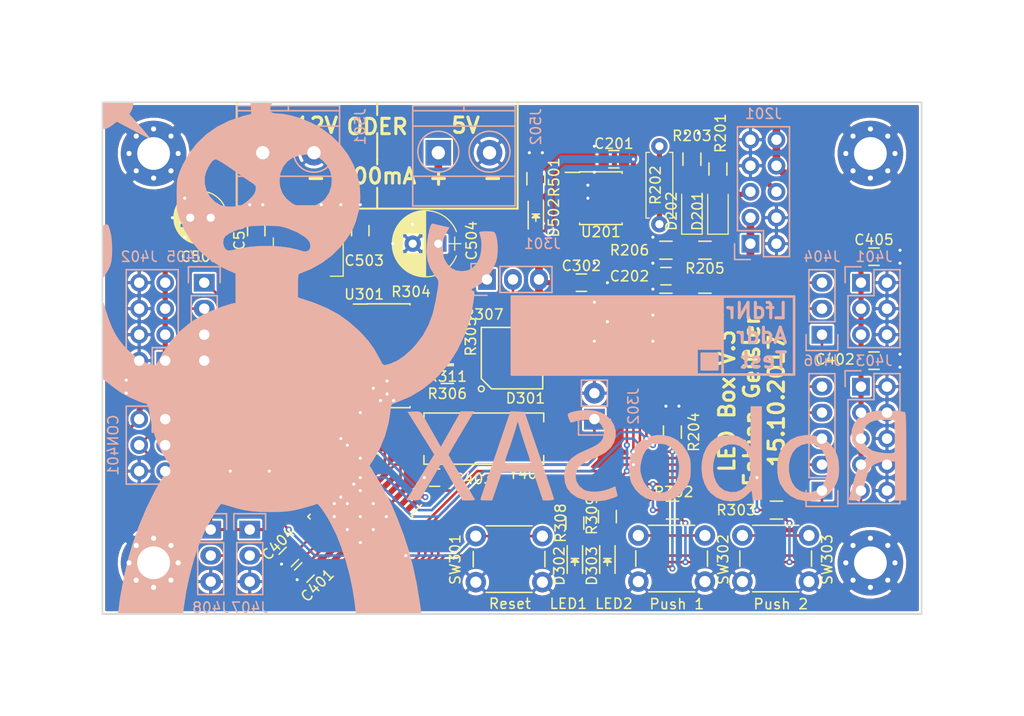
<source format=kicad_pcb>
(kicad_pcb (version 4) (host pcbnew 4.0.7)
  (title_block (title "RoboSAX LED Box") (company "Fabian Geißler") (comment 1 Prototyp) (comment 2 "Version 3"))
  (layers (0 F.Cu signal) (31 B.Cu signal) (34 B.Paste user hide) (35 F.Paste user hide) (36 B.SilkS user hide) (37 F.SilkS user hide) (38 B.Mask user) (39 F.Mask user) (44 Edge.Cuts user))
  (net 0 "")
  (net 1 +5V)
  (net 2 GND)
  (net 3 /Bus/AIN0)
  (net 4 /Bus/AIN1)
  (net 5 "Net-(C401-Pad2)")
  (net 6 /Controller/XTAL1)
  (net 7 /Controller/XTAL2)
  (net 8 +12V)
  (net 9 /Controller/MISO)
  (net 10 /Controller/SCK)
  (net 11 /Controller/MOSI)
  (net 12 /Controller/~RESET)
  (net 13 "Net-(D201-Pad1)")
  (net 14 /Bus/COMM_A)
  (net 15 /Bus/COMM_B)
  (net 16 "Net-(D301-Pad6)")
  (net 17 "Net-(D301-Pad5)")
  (net 18 "Net-(D301-Pad2)")
  (net 19 /Controller/LED1)
  (net 20 /Controller/LED2)
  (net 21 /Interface/IR_LED_DRV)
  (net 22 /Controller/BTN)
  (net 23 /Bus/RX)
  (net 24 /Bus/TX)
  (net 25 /Controller/PD2)
  (net 26 /Controller/PB0)
  (net 27 /Controller/PB3)
  (net 28 /Controller/PB4)
  (net 29 /Controller/PB5)
  (net 30 /Controller/PUSH1)
  (net 31 /Controller/PUSH2)
  (net 32 /Controller/ADC6)
  (net 33 /Controller/ADC7)
  (net 34 /Bus/TX_EN)
  (net 35 "Net-(R304-Pad2)")
  (net 36 "Net-(R305-Pad2)")
  (net 37 "Net-(R306-Pad2)")
  (net 38 "Net-(R307-Pad2)")
  (net 39 /Controller/LED_IR)
  (net 40 /Controller/PWM_R)
  (net 41 /Controller/PWM_G)
  (net 42 /Controller/PWM_B)
  (net 43 "Net-(U301-Pad9)")
  (net 44 "Net-(D302-Pad1)")
  (net 45 "Net-(D303-Pad1)")
  (net 46 /Controller/PC1)
  (net 47 "Net-(D502-Pad1)")
  (module Vias:VIA-10-05 (layer F.Cu) (at 138.43 104.14)
    (fp_text reference REF** hide)
    (fp_text value VIA-10-05 hide)
    (pad 1 thru_hole circle (at 0 0) (size 0.6 0.6) (drill 0.3) (layers *.Cu) (net 2 GND))
  )
  (module Vias:VIA-10-05 (layer F.Cu) (at 137.795 102.235)
    (fp_text reference REF** hide)
    (fp_text value VIA-10-05 hide)
    (pad 1 thru_hole circle (at 0 0) (size 0.6 0.6) (drill 0.3) (layers *.Cu) (net 2 GND))
  )
  (module Vias:VIA-10-05 (layer F.Cu) (at 137.795 103.505)
    (fp_text reference REF** hide)
    (fp_text value VIA-10-05 hide)
    (pad 1 thru_hole circle (at 0 0) (size 0.6 0.6) (drill 0.3) (layers *.Cu) (net 2 GND))
  )
  (module Vias:VIA-10-05 (layer F.Cu) (at 118.04 88.18)
    (fp_text reference REF** hide)
    (fp_text value VIA-10-05 hide)
    (pad 1 thru_hole circle (at 0 0) (size 0.6 0.6) (drill 0.3) (layers *.Cu) (net 2 GND))
  )
  (module LOGO (layer F.Cu) (at 128.27 101.346)
    (fp_text reference G*** hide)
    (fp_text value LOGO hide)
  )
  (module LOGO (layer B.Cu) (at 150 100 180)
    (fp_text reference G*** hide)
    (fp_text value LOGO hide)
  )
  (module Vias:VIA-10-05 (layer F.Cu) (at 112.325 102.15)
    (fp_text reference REF** hide)
    (fp_text value VIA-10-05 hide)
    (pad 1 thru_hole circle (at 0 0) (size 0.6 0.6) (drill 0.3) (layers *.Cu) (net 2 GND))
  )
  (module Vias:VIA-10-05 (layer F.Cu) (at 112.325 103.42)
    (fp_text reference REF** hide)
    (fp_text value VIA-10-05 hide)
    (pad 1 thru_hole circle (at 0 0) (size 0.6 0.6) (drill 0.3) (layers *.Cu) (net 2 GND))
  )
  (module Vias:VIA-10-05 (layer F.Cu) (at 166.3 104.69)
    (fp_text reference REF** hide)
    (fp_text value VIA-10-05 hide)
    (pad 1 thru_hole circle (at 0 0) (size 0.6 0.6) (drill 0.3) (layers *.Cu) (net 2 GND))
  )
  (module Vias:VIA-10-05 (layer F.Cu) (at 165.03 104.69)
    (fp_text reference REF** hide)
    (fp_text value VIA-10-05 hide)
    (pad 1 thru_hole circle (at 0 0) (size 0.6 0.6) (drill 0.3) (layers *.Cu) (net 2 GND))
  )
  (module Vias:VIA-10-05 (layer F.Cu) (at 187.89 100.88)
    (fp_text reference REF** hide)
    (fp_text value VIA-10-05 hide)
    (pad 1 thru_hole circle (at 0 0) (size 0.6 0.6) (drill 0.3) (layers *.Cu) (net 2 GND))
  )
  (module Vias:VIA-10-05 (layer F.Cu) (at 187.89 99.61)
    (fp_text reference REF** hide)
    (fp_text value VIA-10-05 hide)
    (pad 1 thru_hole circle (at 0 0) (size 0.6 0.6) (drill 0.3) (layers *.Cu) (net 2 GND))
  )
  (module Vias:VIA-10-05 (layer F.Cu) (at 187.89 90.72)
    (fp_text reference REF** hide)
    (fp_text value VIA-10-05 hide)
    (pad 1 thru_hole circle (at 0 0) (size 0.6 0.6) (drill 0.3) (layers *.Cu) (net 2 GND))
  )
  (module Vias:VIA-10-05 (layer F.Cu) (at 187.89 89.45)
    (fp_text reference REF** hide)
    (fp_text value VIA-10-05 hide)
    (pad 1 thru_hole circle (at 0 0) (size 0.6 0.6) (drill 0.3) (layers *.Cu) (net 2 GND))
  )
  (module Vias:VIA-10-05 (layer F.Cu) (at 163.76 88.18)
    (fp_text reference REF** hide)
    (fp_text value VIA-10-05 hide)
    (pad 1 thru_hole circle (at 0 0) (size 0.6 0.6) (drill 0.3) (layers *.Cu) (net 2 GND))
  )
  (module Vias:VIA-10-05 (layer F.Cu) (at 163.76 90.72)
    (fp_text reference REF** hide)
    (fp_text value VIA-10-05 hide)
    (pad 1 thru_hole circle (at 0 0) (size 0.6 0.6) (drill 0.3) (layers *.Cu) (net 2 GND))
  )
  (module Vias:VIA-10-05 (layer F.Cu) (at 163.76 93.26)
    (fp_text reference REF** hide)
    (fp_text value VIA-10-05 hide)
    (pad 1 thru_hole circle (at 0 0) (size 0.6 0.6) (drill 0.3) (layers *.Cu) (net 2 GND))
  )
  (module Vias:VIA-10-05 (layer F.Cu) (at 163.76 95.8)
    (fp_text reference REF** hide)
    (fp_text value VIA-10-05 hide)
    (pad 1 thru_hole circle (at 0 0) (size 0.6 0.6) (drill 0.3) (layers *.Cu) (net 2 GND))
  )
  (module Vias:VIA-10-05 (layer F.Cu) (at 163.76 98.34)
    (fp_text reference REF** hide)
    (fp_text value VIA-10-05 hide)
    (pad 1 thru_hole circle (at 0 0) (size 0.6 0.6) (drill 0.3) (layers *.Cu) (net 2 GND))
  )
  (module Vias:VIA-10-05 (layer F.Cu) (at 168.205 78.02)
    (fp_text reference REF** hide)
    (fp_text value VIA-10-05 hide)
    (pad 1 thru_hole circle (at 0 0) (size 0.6 0.6) (drill 0.3) (layers *.Cu) (net 2 GND))
  )
  (module Vias:VIA-10-05 (layer F.Cu) (at 166.935 78.02)
    (fp_text reference REF** hide)
    (fp_text value VIA-10-05 hide)
    (pad 1 thru_hole circle (at 0 0) (size 0.6 0.6) (drill 0.3) (layers *.Cu) (net 2 GND))
  )
  (module Vias:VIA-10-05 (layer F.Cu) (at 158.045 79.29)
    (fp_text reference REF** hide)
    (fp_text value VIA-10-05 hide)
    (pad 1 thru_hole circle (at 0 0) (size 0.6 0.6) (drill 0.3) (layers *.Cu) (net 2 GND))
  )
  (module Vias:VIA-10-05 (layer F.Cu) (at 158.045 81.83)
    (fp_text reference REF** hide)
    (fp_text value VIA-10-05 hide)
    (pad 1 thru_hole circle (at 0 0) (size 0.6 0.6) (drill 0.3) (layers *.Cu) (net 2 GND))
  )
  (module Vias:VIA-10-05 (layer F.Cu) (at 152.965 79.925)
    (fp_text reference REF** hide)
    (fp_text value VIA-10-05 hide)
    (pad 1 thru_hole circle (at 0 0) (size 0.6 0.6) (drill 0.3) (layers *.Cu) (net 2 GND))
  )
  (module Vias:VIA-10-05 (layer F.Cu) (at 151.695 79.925)
    (fp_text reference REF** hide)
    (fp_text value VIA-10-05 hide)
    (pad 1 thru_hole circle (at 0 0) (size 0.6 0.6) (drill 0.3) (layers *.Cu) (net 2 GND))
  )
  (module Vias:VIA-10-05 (layer F.Cu) (at 157.41 83.1)
    (fp_text reference REF** hide)
    (fp_text value VIA-10-05 hide)
    (pad 1 thru_hole circle (at 0 0) (size 0.6 0.6) (drill 0.3) (layers *.Cu) (net 2 GND))
  )
  (module Vias:VIA-10-05 (layer F.Cu) (at 157.41 84.37)
    (fp_text reference REF** hide)
    (fp_text value VIA-10-05 hide)
    (pad 1 thru_hole circle (at 0 0) (size 0.6 0.6) (drill 0.3) (layers *.Cu) (net 2 GND))
  )
  (module Vias:VIA-10-05 (layer F.Cu) (at 158.045 90.72)
    (fp_text reference REF** hide)
    (fp_text value VIA-10-05 hide)
    (pad 1 thru_hole circle (at 0 0) (size 0.6 0.6) (drill 0.3) (layers *.Cu) (net 2 GND))
  )
  (module Vias:VIA-10-05 (layer F.Cu) (at 158.045 98.34)
    (fp_text reference REF** hide)
    (fp_text value VIA-10-05 hide)
    (pad 1 thru_hole circle (at 0 0) (size 0.6 0.6) (drill 0.3) (layers *.Cu) (net 2 GND))
  )
  (module Vias:VIA-10-05 (layer F.Cu) (at 158.045 94.53)
    (fp_text reference REF** hide)
    (fp_text value VIA-10-05 hide)
    (pad 1 thru_hole circle (at 0 0) (size 0.6 0.6) (drill 0.3) (layers *.Cu) (net 2 GND))
  )
  (module Vias:VIA-10-05 (layer F.Cu) (at 159.315 96.435)
    (fp_text reference REF** hide)
    (fp_text value VIA-10-05 hide)
    (pad 1 thru_hole circle (at 0 0) (size 0.6 0.6) (drill 0.3) (layers *.Cu) (net 2 GND))
  )
  (module Vias:VIA-10-05 (layer F.Cu) (at 159.315 92.625)
    (fp_text reference REF** hide)
    (fp_text value VIA-10-05 hide)
    (pad 1 thru_hole circle (at 0 0) (size 0.6 0.6) (drill 0.3) (layers *.Cu) (net 2 GND))
  )
  (module Vias:VIA-10-05 (layer F.Cu) (at 141.44 111.675)
    (fp_text reference REF** hide)
    (fp_text value VIA-10-05 hide)
    (pad 1 thru_hole circle (at 0 0) (size 0.6 0.6) (drill 0.3) (layers *.Cu) (net 2 GND))
  )
  (module Vias:VIA-10-05 (layer F.Cu) (at 129.016893 121.653107)
    (fp_text reference REF** hide)
    (fp_text value VIA-10-05 hide)
    (pad 1 thru_hole circle (at 0 0) (size 0.6 0.6) (drill 0.3) (layers *.Cu) (net 2 GND))
  )
  (module Vias:VIA-10-05 (layer F.Cu) (at 127.492893 120.129107)
    (fp_text reference REF** hide)
    (fp_text value VIA-10-05 hide)
    (pad 1 thru_hole circle (at 0 0) (size 0.6 0.6) (drill 0.3) (layers *.Cu) (net 2 GND))
  )
  (module Vias:VIA-10-05 (layer F.Cu) (at 140.265 86.91)
    (fp_text reference REF** hide)
    (fp_text value VIA-10-05 hide)
    (pad 1 thru_hole circle (at 0 0) (size 0.6 0.6) (drill 0.3) (layers *.Cu) (net 2 GND))
  )
  (module Vias:VIA-10-05 (layer F.Cu) (at 125.66 85.005)
    (fp_text reference REF** hide)
    (fp_text value VIA-10-05 hide)
    (pad 1 thru_hole circle (at 0 0) (size 0.6 0.6) (drill 0.3) (layers *.Cu) (net 2 GND))
  )
  (module Vias:VIA-10-05 (layer F.Cu) (at 124.39 85.005)
    (fp_text reference REF** hide)
    (fp_text value VIA-10-05 hide)
    (pad 1 thru_hole circle (at 0 0) (size 0.6 0.6) (drill 0.3) (layers *.Cu) (net 2 GND))
  )
  (module Vias:VIA-10-05 (layer F.Cu) (at 135.185 85.005)
    (fp_text reference REF** hide)
    (fp_text value VIA-10-05 hide)
    (pad 1 thru_hole circle (at 0 0) (size 0.6 0.6) (drill 0.3) (layers *.Cu) (net 2 GND))
  )
  (module Vias:VIA-10-05 (layer F.Cu) (at 133.28 85.005)
    (fp_text reference REF** hide)
    (fp_text value VIA-10-05 hide)
    (pad 1 thru_hole circle (at 0 0) (size 0.6 0.6) (drill 0.3) (layers *.Cu) (net 2 GND))
  )
  (module Vias:VIA-10-05 (layer F.Cu) (at 131.375 85.005)
    (fp_text reference REF** hide)
    (fp_text value VIA-10-05 hide)
    (pad 1 thru_hole circle (at 0 0) (size 0.6 0.6) (drill 0.3) (layers *.Cu) (net 2 GND))
  )
  (module Vias:VIA-10-05 (layer F.Cu) (at 138.36 88.815)
    (fp_text reference REF** hide)
    (fp_text value VIA-10-05 hide)
    (pad 1 thru_hole circle (at 0 0) (size 0.6 0.6) (drill 0.3) (layers *.Cu) (net 2 GND))
  )
  (module Vias:VIA-10-05 (layer F.Cu) (at 116.84 86.275)
    (fp_text reference REF** hide)
    (fp_text value VIA-10-05 hide)
    (pad 1 thru_hole circle (at 0 0) (size 0.6 0.6) (drill 0.3) (layers *.Cu) (net 2 GND))
  )
  (module Vias:VIA-10-05 (layer F.Cu) (at 118.04 84.37)
    (fp_text reference REF** hide)
    (fp_text value VIA-10-05 hide)
    (pad 1 thru_hole circle (at 0 0) (size 0.6 0.6) (drill 0.3) (layers *.Cu) (net 2 GND))
  )
  (module Vias:VIA-10-05 (layer F.Cu) (at 137.16 104.14)
    (fp_text reference REF** hide)
    (fp_text value VIA-10-05 hide)
    (pad 1 thru_hole circle (at 0 0) (size 0.6 0.6) (drill 0.3) (layers *.Cu) (net 2 GND))
  )
  (module Vias:VIA-10-05 (layer F.Cu) (at 135.185 112.945)
    (fp_text reference REF** hide)
    (fp_text value VIA-10-05 hide)
    (pad 1 thru_hole circle (at 0 0) (size 0.6 0.6) (drill 0.3) (layers *.Cu) (net 2 GND))
  )
  (module Vias:VIA-10-05 (layer F.Cu) (at 135.185 105.325)
    (fp_text reference REF** hide)
    (fp_text value VIA-10-05 hide)
    (pad 1 thru_hole circle (at 0 0) (size 0.6 0.6) (drill 0.3) (layers *.Cu) (net 2 GND))
  )
  (module Vias:VIA-10-05 (layer F.Cu) (at 135.185 109.77)
    (fp_text reference REF** hide)
    (fp_text value VIA-10-05 hide)
    (pad 1 thru_hole circle (at 0 0) (size 0.6 0.6) (drill 0.3) (layers *.Cu) (net 2 GND))
  )
  (module Vias:VIA-10-05 (layer F.Cu) (at 133.915 114.215)
    (fp_text reference REF** hide)
    (fp_text value VIA-10-05 hide)
    (pad 1 thru_hole circle (at 0 0) (size 0.6 0.6) (drill 0.3) (layers *.Cu) (net 2 GND))
  )
  (module Vias:VIA-10-05 (layer F.Cu) (at 136.455 114.215)
    (fp_text reference REF** hide)
    (fp_text value VIA-10-05 hide)
    (pad 1 thru_hole circle (at 0 0) (size 0.6 0.6) (drill 0.3) (layers *.Cu) (net 2 GND))
  )
  (module Vias:VIA-10-05 (layer F.Cu) (at 136.455 116.755)
    (fp_text reference REF** hide)
    (fp_text value VIA-10-05 hide)
    (pad 1 thru_hole circle (at 0 0) (size 0.6 0.6) (drill 0.3) (layers *.Cu) (net 2 GND))
  )
  (module Vias:VIA-10-05 (layer F.Cu) (at 133.915 116.755)
    (fp_text reference REF** hide)
    (fp_text value VIA-10-05 hide)
    (pad 1 thru_hole circle (at 0 0) (size 0.6 0.6) (drill 0.3) (layers *.Cu) (net 2 GND))
  )
  (module Vias:VIA-10-05 (layer F.Cu) (at 135.185 118.025)
    (fp_text reference REF** hide)
    (fp_text value VIA-10-05 hide)
    (pad 1 thru_hole circle (at 0 0) (size 0.6 0.6) (drill 0.3) (layers *.Cu) (net 2 GND))
  )
  (module Vias:VIA-10-05 (layer F.Cu) (at 137.725 115.485)
    (fp_text reference REF** hide)
    (fp_text value VIA-10-05 hide)
    (pad 1 thru_hole circle (at 0 0) (size 0.6 0.6) (drill 0.3) (layers *.Cu) (net 2 GND))
  )
  (module Vias:VIA-10-05 (layer F.Cu) (at 132.645 115.485)
    (fp_text reference REF** hide)
    (fp_text value VIA-10-05 hide)
    (pad 1 thru_hole circle (at 0 0) (size 0.6 0.6) (drill 0.3) (layers *.Cu) (net 2 GND))
  )
  (module Fiducials:Fiducial_1mm_Dia_2.54mm_Outer_CopperTop (layer F.Cu) (at 115 115)
    (fp_text reference REF** hide)
    (fp_text value Fiducial_1mm_Dia_2.54mm_Outer_CopperTop hide)
    (pad ~ smd circle (at 0 0) (size 1 1) (layers F.Cu F.Paste F.Mask) (clearance 0.77))
  )
  (module Fiducials:Fiducial_1mm_Dia_2.54mm_Outer_CopperTop (layer F.Cu) (at 185 85)
    (fp_text reference REF** hide)
    (fp_text value Fiducial_1mm_Dia_2.54mm_Outer_CopperTop hide)
    (pad ~ smd circle (at 0 0) (size 1 1) (layers F.Cu F.Paste F.Mask) (clearance 0.77))
  )
  (module Mounting_Holes:MountingHole_3.2mm_M3_Pad_Via (layer F.Cu) (at 115 80)
    (fp_text reference REF** hide)
    (fp_text value MountingHole_3.2mm_M3_Pad_Via hide)
    (pad 1 thru_hole circle (at 0 0) (size 6.4 6.4) (drill 3.2) (layers *.Cu *.Mask) (net 2 GND))
    (pad "" thru_hole circle (at 2.4 0) (size 0.6 0.6) (drill 0.5) (layers *.Cu *.Mask))
    (pad "" thru_hole circle (at 1.697056 1.697056) (size 0.6 0.6) (drill 0.5) (layers *.Cu *.Mask))
    (pad "" thru_hole circle (at 0 2.4) (size 0.6 0.6) (drill 0.5) (layers *.Cu *.Mask))
    (pad "" thru_hole circle (at -1.697056 1.697056) (size 0.6 0.6) (drill 0.5) (layers *.Cu *.Mask))
    (pad "" thru_hole circle (at -2.4 0) (size 0.6 0.6) (drill 0.5) (layers *.Cu *.Mask))
    (pad "" thru_hole circle (at -1.697056 -1.697056) (size 0.6 0.6) (drill 0.5) (layers *.Cu *.Mask))
    (pad "" thru_hole circle (at 0 -2.4) (size 0.6 0.6) (drill 0.5) (layers *.Cu *.Mask))
    (pad "" thru_hole circle (at 1.697056 -1.697056) (size 0.6 0.6) (drill 0.5) (layers *.Cu *.Mask))
  )
  (module Mounting_Holes:MountingHole_3.2mm_M3_Pad_Via (layer F.Cu) (at 115 120)
    (fp_text reference REF** hide)
    (fp_text value MountingHole_3.2mm_M3_Pad_Via hide)
    (pad 1 thru_hole circle (at 0 0) (size 6.4 6.4) (drill 3.2) (layers *.Cu *.Mask) (net 2 GND))
    (pad "" thru_hole circle (at 2.4 0) (size 0.6 0.6) (drill 0.5) (layers *.Cu *.Mask))
    (pad "" thru_hole circle (at 1.697056 1.697056) (size 0.6 0.6) (drill 0.5) (layers *.Cu *.Mask))
    (pad "" thru_hole circle (at 0 2.4) (size 0.6 0.6) (drill 0.5) (layers *.Cu *.Mask))
    (pad "" thru_hole circle (at -1.697056 1.697056) (size 0.6 0.6) (drill 0.5) (layers *.Cu *.Mask))
    (pad "" thru_hole circle (at -2.4 0) (size 0.6 0.6) (drill 0.5) (layers *.Cu *.Mask))
    (pad "" thru_hole circle (at -1.697056 -1.697056) (size 0.6 0.6) (drill 0.5) (layers *.Cu *.Mask))
    (pad "" thru_hole circle (at 0 -2.4) (size 0.6 0.6) (drill 0.5) (layers *.Cu *.Mask))
    (pad "" thru_hole circle (at 1.697056 -1.697056) (size 0.6 0.6) (drill 0.5) (layers *.Cu *.Mask))
  )
  (module Mounting_Holes:MountingHole_3.2mm_M3_Pad_Via (layer F.Cu) (at 185 120)
    (fp_text reference REF** hide)
    (fp_text value MountingHole_3.2mm_M3_Pad_Via hide)
    (pad 1 thru_hole circle (at 0 0) (size 6.4 6.4) (drill 3.2) (layers *.Cu *.Mask) (net 2 GND))
    (pad "" thru_hole circle (at 2.4 0) (size 0.6 0.6) (drill 0.5) (layers *.Cu *.Mask))
    (pad "" thru_hole circle (at 1.697056 1.697056) (size 0.6 0.6) (drill 0.5) (layers *.Cu *.Mask))
    (pad "" thru_hole circle (at 0 2.4) (size 0.6 0.6) (drill 0.5) (layers *.Cu *.Mask))
    (pad "" thru_hole circle (at -1.697056 1.697056) (size 0.6 0.6) (drill 0.5) (layers *.Cu *.Mask))
    (pad "" thru_hole circle (at -2.4 0) (size 0.6 0.6) (drill 0.5) (layers *.Cu *.Mask))
    (pad "" thru_hole circle (at -1.697056 -1.697056) (size 0.6 0.6) (drill 0.5) (layers *.Cu *.Mask))
    (pad "" thru_hole circle (at 0 -2.4) (size 0.6 0.6) (drill 0.5) (layers *.Cu *.Mask))
    (pad "" thru_hole circle (at 1.697056 -1.697056) (size 0.6 0.6) (drill 0.5) (layers *.Cu *.Mask))
  )
  (module Pin_Headers:Pin_Header_Straight_2x03 (layer B.Cu) (at 116.135 105.96 180)
    (fp_text reference CON401 (at 5.08 -2.54 270) (layer B.SilkS) (effects (justify mirror)))
    (fp_text value AVR_ISP)
    (pad 1 thru_hole rect (at 0 0 180) (size 1.7272 1.7272) (drill 1.016) (layers *.Cu *.Mask) (net 9 /Controller/MISO))
    (pad 2 thru_hole oval (at 2.54 0 180) (size 1.7272 1.7272) (drill 1.016) (layers *.Cu *.Mask) (net 1 +5V))
    (pad 3 thru_hole oval (at 0 -2.54 180) (size 1.7272 1.7272) (drill 1.016) (layers *.Cu *.Mask) (net 10 /Controller/SCK))
    (pad 4 thru_hole oval (at 2.54 -2.54 180) (size 1.7272 1.7272) (drill 1.016) (layers *.Cu *.Mask) (net 11 /Controller/MOSI))
    (pad 5 thru_hole oval (at 0 -5.08 180) (size 1.7272 1.7272) (drill 1.016) (layers *.Cu *.Mask) (net 12 /Controller/~RESET))
    (pad 6 thru_hole oval (at 2.54 -5.08 180) (size 1.7272 1.7272) (drill 1.016) (layers *.Cu *.Mask) (net 2 GND))
  )
  (module ledbox-newfootprints:LED-6-BIG (layer F.Cu) (at 150 100)
    (fp_text reference D301 (at 1.314 3.928) (layer F.SilkS))
    (fp_text value LRTBG6TG)
    (pad 3 smd rect (at 2.65 2.7) (size 4 4) (layers F.Cu) (net 1 +5V))
    (pad 1 smd rect (at -2.65 2.7) (size 4 4) (layers F.Cu) (net 1 +5V))
    (pad 4 smd rect (at 2.65 -2.7) (size 4 4) (layers F.Cu) (net 1 +5V))
    (pad 6 smd rect (at -2.65 -2.7) (size 4 4) (layers F.Cu) (net 16 "Net-(D301-Pad6)"))
    (pad 5 smd rect (at 0 -2.7) (size 0.6 4) (layers F.Cu) (net 17 "Net-(D301-Pad5)"))
    (pad 2 smd rect (at 0 2.7) (size 0.6 4) (layers F.Cu) (net 18 "Net-(D301-Pad2)"))
    (pad 1 smd rect (at -1.05 1.5) (size 0.8 1.6) (layers F.Cu F.Paste F.Mask) (net 1 +5V))
    (pad 4 smd rect (at 1.05 -1.5) (size 0.8 1.6) (layers F.Cu F.Paste F.Mask) (net 1 +5V))
    (pad 3 smd rect (at 1.05 1.5) (size 0.8 1.6) (layers F.Cu F.Paste F.Mask) (net 1 +5V))
    (pad 6 smd rect (at -1.05 -1.5) (size 0.8 1.6) (layers F.Cu F.Paste F.Mask) (net 16 "Net-(D301-Pad6)"))
    (pad 5 smd rect (at 0 -1.5) (size 0.6 1.6) (layers F.Cu F.Paste F.Mask) (net 17 "Net-(D301-Pad5)"))
    (pad 2 smd rect (at 0 1.5) (size 0.6 1.6) (layers F.Cu F.Paste F.Mask) (net 18 "Net-(D301-Pad2)"))
  )
  (module Pin_Headers:Pin_Header_Straight_2x05 (layer B.Cu) (at 173.285 88.815)
    (fp_text reference J201 (at 1.27 -12.7 180) (layer B.SilkS) (effects (justify mirror)))
    (fp_text value Bus)
    (pad 1 thru_hole rect (at 0 0) (size 1.7272 1.7272) (drill 1.016) (layers *.Cu *.Mask) (net 1 +5V))
    (pad 2 thru_hole oval (at 2.54 0) (size 1.7272 1.7272) (drill 1.016) (layers *.Cu *.Mask) (net 2 GND))
    (pad 3 thru_hole oval (at 0 -2.54) (size 1.7272 1.7272) (drill 1.016) (layers *.Cu *.Mask) (net 1 +5V))
    (pad 4 thru_hole oval (at 2.54 -2.54) (size 1.7272 1.7272) (drill 1.016) (layers *.Cu *.Mask) (net 2 GND))
    (pad 5 thru_hole oval (at 0 -5.08) (size 1.7272 1.7272) (drill 1.016) (layers *.Cu *.Mask) (net 14 /Bus/COMM_A))
    (pad 6 thru_hole oval (at 2.54 -5.08) (size 1.7272 1.7272) (drill 1.016) (layers *.Cu *.Mask) (net 15 /Bus/COMM_B))
    (pad 7 thru_hole oval (at 0 -7.62) (size 1.7272 1.7272) (drill 1.016) (layers *.Cu *.Mask) (net 2 GND))
    (pad 8 thru_hole oval (at 2.54 -7.62) (size 1.7272 1.7272) (drill 1.016) (layers *.Cu *.Mask) (net 1 +5V))
    (pad 9 thru_hole oval (at 0 -10.16) (size 1.7272 1.7272) (drill 1.016) (layers *.Cu *.Mask) (net 2 GND))
    (pad 10 thru_hole oval (at 2.54 -10.16) (size 1.7272 1.7272) (drill 1.016) (layers *.Cu *.Mask) (net 1 +5V))
  )
  (module Pin_Headers:Pin_Header_Straight_1x03 (layer B.Cu) (at 147.555 92.31 270)
    (fp_text reference J301 (at -3.495 -5.41 360) (layer B.SilkS) (effects (justify mirror)))
    (fp_text value "IR LED")
    (pad 1 thru_hole rect (at 0 0 270) (size 2.032 1.7272) (drill 1.016) (layers *.Cu *.Mask) (net 1 +5V))
    (pad 2 thru_hole oval (at 0 -2.54 270) (size 2.032 1.7272) (drill 1.016) (layers *.Cu *.Mask) (net 21 /Interface/IR_LED_DRV))
    (pad 3 thru_hole oval (at 0 -5.08 270) (size 2.032 1.7272) (drill 1.016) (layers *.Cu *.Mask) (net 1 +5V))
  )
  (module Pin_Headers:Pin_Header_Straight_1x02 (layer B.Cu) (at 158.045 105.96)
    (fp_text reference J302 (at 3.81 -1.27 90) (layer B.SilkS) (effects (justify mirror)))
    (fp_text value Button)
    (pad 1 thru_hole rect (at 0 0) (size 2.032 2.032) (drill 1.016) (layers *.Cu *.Mask) (net 22 /Controller/BTN))
    (pad 2 thru_hole oval (at 0 -2.54) (size 2.032 2.032) (drill 1.016) (layers *.Cu *.Mask) (net 2 GND))
  )
  (module Socket_Strips:Socket_Strip_Straight_2x03 (layer B.Cu) (at 184.08 92.625 270)
    (fp_text reference J401 (at -2.54 -1.27 360) (layer B.SilkS) (effects (justify mirror)))
    (fp_text value Power)
    (pad 1 thru_hole rect (at 0 0 270) (size 1.7272 1.7272) (drill 1.016) (layers *.Cu *.Mask) (net 1 +5V))
    (pad 2 thru_hole oval (at 0 -2.54 270) (size 1.7272 1.7272) (drill 1.016) (layers *.Cu *.Mask) (net 2 GND))
    (pad 3 thru_hole oval (at 2.54 0 270) (size 1.7272 1.7272) (drill 1.016) (layers *.Cu *.Mask) (net 1 +5V))
    (pad 4 thru_hole oval (at 2.54 -2.54 270) (size 1.7272 1.7272) (drill 1.016) (layers *.Cu *.Mask) (net 2 GND))
    (pad 5 thru_hole oval (at 5.08 0 270) (size 1.7272 1.7272) (drill 1.016) (layers *.Cu *.Mask) (net 1 +5V))
    (pad 6 thru_hole oval (at 5.08 -2.54 270) (size 1.7272 1.7272) (drill 1.016) (layers *.Cu *.Mask) (net 2 GND))
  )
  (module Socket_Strips:Socket_Strip_Straight_2x04 (layer B.Cu) (at 116.135 100.245 90)
    (fp_text reference J402 (at 10.16 -2.54 180) (layer B.SilkS) (effects (justify mirror)))
    (fp_text value Power)
    (pad 1 thru_hole rect (at 0 0 90) (size 1.7272 1.7272) (drill 1.016) (layers *.Cu *.Mask) (net 1 +5V))
    (pad 2 thru_hole oval (at 0 -2.54 90) (size 1.7272 1.7272) (drill 1.016) (layers *.Cu *.Mask) (net 2 GND))
    (pad 3 thru_hole oval (at 2.54 0 90) (size 1.7272 1.7272) (drill 1.016) (layers *.Cu *.Mask) (net 1 +5V))
    (pad 4 thru_hole oval (at 2.54 -2.54 90) (size 1.7272 1.7272) (drill 1.016) (layers *.Cu *.Mask) (net 2 GND))
    (pad 5 thru_hole oval (at 5.08 0 90) (size 1.7272 1.7272) (drill 1.016) (layers *.Cu *.Mask) (net 1 +5V))
    (pad 6 thru_hole oval (at 5.08 -2.54 90) (size 1.7272 1.7272) (drill 1.016) (layers *.Cu *.Mask) (net 2 GND))
    (pad 7 thru_hole oval (at 7.62 0 90) (size 1.7272 1.7272) (drill 1.016) (layers *.Cu *.Mask) (net 1 +5V))
    (pad 8 thru_hole oval (at 7.62 -2.54 90) (size 1.7272 1.7272) (drill 1.016) (layers *.Cu *.Mask) (net 2 GND))
  )
  (module Socket_Strips:Socket_Strip_Straight_1x03 (layer B.Cu) (at 180.27 97.705 90)
    (fp_text reference J404 (at 7.62 0 180) (layer B.SilkS) (effects (justify mirror)))
    (fp_text value "Port D")
    (pad 1 thru_hole rect (at 0 0 90) (size 1.7272 2.032) (drill 1.016) (layers *.Cu *.Mask) (net 23 /Bus/RX))
    (pad 2 thru_hole oval (at 2.54 0 90) (size 1.7272 2.032) (drill 1.016) (layers *.Cu *.Mask) (net 24 /Bus/TX))
    (pad 3 thru_hole oval (at 5.08 0 90) (size 1.7272 2.032) (drill 1.016) (layers *.Cu *.Mask) (net 25 /Controller/PD2))
  )
  (module Socket_Strips:Socket_Strip_Straight_1x03 (layer B.Cu) (at 124.39 116.755 270)
    (fp_text reference J407 (at 7.62 0 360) (layer B.SilkS) (effects (justify mirror)))
    (fp_text value ADC6)
    (pad 1 thru_hole rect (at 0 0 270) (size 1.7272 2.032) (drill 1.016) (layers *.Cu *.Mask) (net 1 +5V))
    (pad 2 thru_hole oval (at 2.54 0 270) (size 1.7272 2.032) (drill 1.016) (layers *.Cu *.Mask) (net 32 /Controller/ADC6))
    (pad 3 thru_hole oval (at 5.08 0 270) (size 1.7272 2.032) (drill 1.016) (layers *.Cu *.Mask) (net 2 GND))
  )
  (module Socket_Strips:Socket_Strip_Straight_1x03 (layer B.Cu) (at 120.58 116.755 270)
    (fp_text reference J408 (at 7.62 0 360) (layer B.SilkS) (effects (justify mirror)))
    (fp_text value ADC7)
    (pad 1 thru_hole rect (at 0 0 270) (size 1.7272 2.032) (drill 1.016) (layers *.Cu *.Mask) (net 1 +5V))
    (pad 2 thru_hole oval (at 2.54 0 270) (size 1.7272 2.032) (drill 1.016) (layers *.Cu *.Mask) (net 33 /Controller/ADC7))
    (pad 3 thru_hole oval (at 5.08 0 270) (size 1.7272 2.032) (drill 1.016) (layers *.Cu *.Mask) (net 2 GND))
  )
  (module Connectors_Terminal_Blocks:TerminalBlock_Pheonix_MKDS1.5-2pol (layer B.Cu) (at 125.66 79.925)
    (fp_text reference J501 (at 9.525 -2.54 90) (layer B.SilkS) (effects (justify mirror)))
    (fp_text value 6.5V-12V)
    (pad 1 thru_hole rect (at 0 0) (size 2.5 2.5) (drill 1.3) (layers *.Cu *.Mask) (net 8 +12V))
    (pad 2 thru_hole circle (at 5 0) (size 2.5 2.5) (drill 1.3) (layers *.Cu *.Mask) (net 2 GND))
  )
  (module Connectors_Terminal_Blocks:TerminalBlock_Pheonix_MKDS1.5-2pol (layer B.Cu) (at 142.805 79.925)
    (fp_text reference J502 (at 9.525 -2.54 90) (layer B.SilkS) (effects (justify mirror)))
    (fp_text value 5V)
    (pad 1 thru_hole rect (at 0 0) (size 2.5 2.5) (drill 1.3) (layers *.Cu *.Mask) (net 1 +5V))
    (pad 2 thru_hole circle (at 5 0) (size 2.5 2.5) (drill 1.3) (layers *.Cu *.Mask) (net 2 GND))
  )
  (module Buttons_Switches_THT:SW_PUSH_6mm_h5mm (layer F.Cu) (at 146.465 117.39)
    (fp_text reference SW301 (at -2.009 2.286 90) (layer F.SilkS))
    (fp_text value Reset (at 3.325 6.604 180) (layer F.SilkS))
    (pad 2 thru_hole circle (at 0 4.5 90) (size 2 2) (drill 1.1) (layers *.Cu *.Mask) (net 2 GND))
    (pad 1 thru_hole circle (at 0 0 90) (size 2 2) (drill 1.1) (layers *.Cu *.Mask) (net 12 /Controller/~RESET))
    (pad 2 thru_hole circle (at 6.5 4.5 90) (size 2 2) (drill 1.1) (layers *.Cu *.Mask) (net 2 GND))
    (pad 1 thru_hole circle (at 6.5 0 90) (size 2 2) (drill 1.1) (layers *.Cu *.Mask) (net 12 /Controller/~RESET))
  )
  (module Buttons_Switches_THT:SW_PUSH_6mm_h5mm (layer F.Cu) (at 162.34 117.335)
    (fp_text reference SW302 (at 8.278 2.341 90) (layer F.SilkS))
    (fp_text value "Push 1" (at 3.75 6.7) (layer F.SilkS))
    (pad 2 thru_hole circle (at 0 4.5 90) (size 2 2) (drill 1.1) (layers *.Cu *.Mask) (net 2 GND))
    (pad 1 thru_hole circle (at 0 0 90) (size 2 2) (drill 1.1) (layers *.Cu *.Mask) (net 30 /Controller/PUSH1))
    (pad 2 thru_hole circle (at 6.5 4.5 90) (size 2 2) (drill 1.1) (layers *.Cu *.Mask) (net 2 GND))
    (pad 1 thru_hole circle (at 6.5 0 90) (size 2 2) (drill 1.1) (layers *.Cu *.Mask) (net 30 /Controller/PUSH1))
  )
  (module Buttons_Switches_THT:SW_PUSH_6mm_h5mm (layer F.Cu) (at 172.5 117.335)
    (fp_text reference SW303 (at 8.278 2.341 90) (layer F.SilkS))
    (fp_text value "Push 2" (at 3.75 6.7) (layer F.SilkS))
    (pad 2 thru_hole circle (at 0 4.5 90) (size 2 2) (drill 1.1) (layers *.Cu *.Mask) (net 2 GND))
    (pad 1 thru_hole circle (at 0 0 90) (size 2 2) (drill 1.1) (layers *.Cu *.Mask) (net 31 /Controller/PUSH2))
    (pad 2 thru_hole circle (at 6.5 4.5 90) (size 2 2) (drill 1.1) (layers *.Cu *.Mask) (net 2 GND))
    (pad 1 thru_hole circle (at 6.5 0 90) (size 2 2) (drill 1.1) (layers *.Cu *.Mask) (net 31 /Controller/PUSH2))
  )
  (module Housings_SOIC:SOIC-8_3.9x4.9mm_Pitch1.27mm (layer F.Cu) (at 158.68 84.37)
    (fp_text reference U201 (at 0 3.302) (layer F.SilkS))
    (fp_text value ST485C)
    (pad 1 smd rect (at -2.7 -1.905) (size 1.55 0.6) (layers F.Cu F.Paste F.Mask) (net 23 /Bus/RX))
    (pad 2 smd rect (at -2.7 -0.635) (size 1.55 0.6) (layers F.Cu F.Paste F.Mask) (net 2 GND))
    (pad 3 smd rect (at -2.7 0.635) (size 1.55 0.6) (layers F.Cu F.Paste F.Mask) (net 34 /Bus/TX_EN))
    (pad 4 smd rect (at -2.7 1.905) (size 1.55 0.6) (layers F.Cu F.Paste F.Mask) (net 24 /Bus/TX))
    (pad 5 smd rect (at 2.7 1.905) (size 1.55 0.6) (layers F.Cu F.Paste F.Mask) (net 2 GND))
    (pad 6 smd rect (at 2.7 0.635) (size 1.55 0.6) (layers F.Cu F.Paste F.Mask) (net 14 /Bus/COMM_A))
    (pad 7 smd rect (at 2.7 -0.635) (size 1.55 0.6) (layers F.Cu F.Paste F.Mask) (net 15 /Bus/COMM_B))
    (pad 8 smd rect (at 2.7 -1.905) (size 1.55 0.6) (layers F.Cu F.Paste F.Mask) (net 1 +5V))
  )
  (module Housings_SOIC:SOIC-16_3.9x9.9mm_Pitch1.27mm (layer F.Cu) (at 137.965 99.765)
    (fp_text reference U301 (at -2.399 -6) (layer F.SilkS))
    (fp_text value ULN2003)
    (pad 1 smd rect (at -2.7 -4.445) (size 1.5 0.6) (layers F.Cu F.Paste F.Mask) (net 39 /Controller/LED_IR))
    (pad 2 smd rect (at -2.7 -3.175) (size 1.5 0.6) (layers F.Cu F.Paste F.Mask) (net 40 /Controller/PWM_R))
    (pad 3 smd rect (at -2.7 -1.905) (size 1.5 0.6) (layers F.Cu F.Paste F.Mask) (net 40 /Controller/PWM_R))
    (pad 4 smd rect (at -2.7 -0.635) (size 1.5 0.6) (layers F.Cu F.Paste F.Mask) (net 41 /Controller/PWM_G))
    (pad 5 smd rect (at -2.7 0.635) (size 1.5 0.6) (layers F.Cu F.Paste F.Mask) (net 41 /Controller/PWM_G))
    (pad 6 smd rect (at -2.7 1.905) (size 1.5 0.6) (layers F.Cu F.Paste F.Mask) (net 42 /Controller/PWM_B))
    (pad 7 smd rect (at -2.7 3.175) (size 1.5 0.6) (layers F.Cu F.Paste F.Mask) (net 42 /Controller/PWM_B))
    (pad 8 smd rect (at -2.7 4.445) (size 1.5 0.6) (layers F.Cu F.Paste F.Mask) (net 2 GND))
    (pad 9 smd rect (at 2.7 4.445) (size 1.5 0.6) (layers F.Cu F.Paste F.Mask) (net 43 "Net-(U301-Pad9)"))
    (pad 10 smd rect (at 2.7 3.175) (size 1.5 0.6) (layers F.Cu F.Paste F.Mask) (net 38 "Net-(R307-Pad2)"))
    (pad 11 smd rect (at 2.7 1.905) (size 1.5 0.6) (layers F.Cu F.Paste F.Mask) (net 38 "Net-(R307-Pad2)"))
    (pad 12 smd rect (at 2.7 0.635) (size 1.5 0.6) (layers F.Cu F.Paste F.Mask) (net 37 "Net-(R306-Pad2)"))
    (pad 13 smd rect (at 2.7 -0.635) (size 1.5 0.6) (layers F.Cu F.Paste F.Mask) (net 37 "Net-(R306-Pad2)"))
    (pad 14 smd rect (at 2.7 -1.905) (size 1.5 0.6) (layers F.Cu F.Paste F.Mask) (net 36 "Net-(R305-Pad2)"))
    (pad 15 smd rect (at 2.7 -3.175) (size 1.5 0.6) (layers F.Cu F.Paste F.Mask) (net 36 "Net-(R305-Pad2)"))
    (pad 16 smd rect (at 2.7 -4.445) (size 1.5 0.6) (layers F.Cu F.Paste F.Mask) (net 35 "Net-(R304-Pad2)"))
  )
  (module Crystals:Crystal_HC49-SD_SMD (layer F.Cu) (at 147.25 107.865)
    (fp_text reference Y401 (at 4.318 3.429) (layer F.SilkS))
    (fp_text value DNP/20MHz)
    (pad 1 smd rect (at -4.84886 0) (size 5.6007 2.10058) (layers F.Cu F.Paste F.Mask) (net 6 /Controller/XTAL1))
    (pad 2 smd rect (at 4.84886 0) (size 5.6007 2.10058) (layers F.Cu F.Paste F.Mask) (net 7 /Controller/XTAL2))
  )
  (module Housings_QFP:TQFP-32_7x7mm_Pitch0.8mm (layer F.Cu) (at 135.185 115.485 225)
    (fp_text reference U401 (at 1.257236 6.106574 225) (layer F.SilkS))
    (fp_text value ATMEGA88-20AU)
    (pad 1 smd rect (at -4.25 -2.8 225) (size 1.6 0.55) (layers F.Cu F.Paste F.Mask) (net 42 /Controller/PWM_B))
    (pad 2 smd rect (at -4.25 -2 225) (size 1.6 0.55) (layers F.Cu F.Paste F.Mask) (net 22 /Controller/BTN))
    (pad 3 smd rect (at -4.25 -1.2 225) (size 1.6 0.55) (layers F.Cu F.Paste F.Mask) (net 2 GND))
    (pad 4 smd rect (at -4.25 -0.4 225) (size 1.6 0.55) (layers F.Cu F.Paste F.Mask) (net 1 +5V))
    (pad 5 smd rect (at -4.25 0.4 225) (size 1.6 0.55) (layers F.Cu F.Paste F.Mask) (net 2 GND))
    (pad 6 smd rect (at -4.25 1.2 225) (size 1.6 0.55) (layers F.Cu F.Paste F.Mask) (net 1 +5V))
    (pad 7 smd rect (at -4.25 2 225) (size 1.6 0.55) (layers F.Cu F.Paste F.Mask) (net 6 /Controller/XTAL1))
    (pad 8 smd rect (at -4.25 2.8 225) (size 1.6 0.55) (layers F.Cu F.Paste F.Mask) (net 7 /Controller/XTAL2))
    (pad 9 smd rect (at -2.8 4.25 315) (size 1.6 0.55) (layers F.Cu F.Paste F.Mask) (net 39 /Controller/LED_IR))
    (pad 10 smd rect (at -2 4.25 315) (size 1.6 0.55) (layers F.Cu F.Paste F.Mask) (net 3 /Bus/AIN0))
    (pad 11 smd rect (at -1.2 4.25 315) (size 1.6 0.55) (layers F.Cu F.Paste F.Mask) (net 4 /Bus/AIN1))
    (pad 12 smd rect (at -0.4 4.25 315) (size 1.6 0.55) (layers F.Cu F.Paste F.Mask) (net 26 /Controller/PB0))
    (pad 13 smd rect (at 0.4 4.25 315) (size 1.6 0.55) (layers F.Cu F.Paste F.Mask) (net 41 /Controller/PWM_G))
    (pad 14 smd rect (at 1.2 4.25 315) (size 1.6 0.55) (layers F.Cu F.Paste F.Mask) (net 40 /Controller/PWM_R))
    (pad 15 smd rect (at 2 4.25 315) (size 1.6 0.55) (layers F.Cu F.Paste F.Mask) (net 11 /Controller/MOSI))
    (pad 16 smd rect (at 2.8 4.25 315) (size 1.6 0.55) (layers F.Cu F.Paste F.Mask) (net 9 /Controller/MISO))
    (pad 17 smd rect (at 4.25 2.8 225) (size 1.6 0.55) (layers F.Cu F.Paste F.Mask) (net 10 /Controller/SCK))
    (pad 18 smd rect (at 4.25 2 225) (size 1.6 0.55) (layers F.Cu F.Paste F.Mask) (net 1 +5V))
    (pad 19 smd rect (at 4.25 1.2 225) (size 1.6 0.55) (layers F.Cu F.Paste F.Mask) (net 32 /Controller/ADC6))
    (pad 20 smd rect (at 4.25 0.4 225) (size 1.6 0.55) (layers F.Cu F.Paste F.Mask) (net 5 "Net-(C401-Pad2)"))
    (pad 21 smd rect (at 4.25 -0.4 225) (size 1.6 0.55) (layers F.Cu F.Paste F.Mask) (net 2 GND))
    (pad 22 smd rect (at 4.25 -1.2 225) (size 1.6 0.55) (layers F.Cu F.Paste F.Mask) (net 33 /Controller/ADC7))
    (pad 23 smd rect (at 4.25 -2 225) (size 1.6 0.55) (layers F.Cu F.Paste F.Mask) (net 34 /Bus/TX_EN))
    (pad 24 smd rect (at 4.25 -2.8 225) (size 1.6 0.55) (layers F.Cu F.Paste F.Mask) (net 46 /Controller/PC1))
    (pad 25 smd rect (at 2.8 -4.25 315) (size 1.6 0.55) (layers F.Cu F.Paste F.Mask) (net 19 /Controller/LED1))
    (pad 26 smd rect (at 2 -4.25 315) (size 1.6 0.55) (layers F.Cu F.Paste F.Mask) (net 20 /Controller/LED2))
    (pad 27 smd rect (at 1.2 -4.25 315) (size 1.6 0.55) (layers F.Cu F.Paste F.Mask) (net 30 /Controller/PUSH1))
    (pad 28 smd rect (at 0.4 -4.25 315) (size 1.6 0.55) (layers F.Cu F.Paste F.Mask) (net 31 /Controller/PUSH2))
    (pad 29 smd rect (at -0.4 -4.25 315) (size 1.6 0.55) (layers F.Cu F.Paste F.Mask) (net 12 /Controller/~RESET))
    (pad 30 smd rect (at -1.2 -4.25 315) (size 1.6 0.55) (layers F.Cu F.Paste F.Mask) (net 23 /Bus/RX))
    (pad 31 smd rect (at -2 -4.25 315) (size 1.6 0.55) (layers F.Cu F.Paste F.Mask) (net 24 /Bus/TX))
    (pad 32 smd rect (at -2.8 -4.25 315) (size 1.6 0.55) (layers F.Cu F.Paste F.Mask) (net 25 /Controller/PD2))
  )
  (module Socket_Strips:Socket_Strip_Straight_1x04 (layer B.Cu) (at 119.945 92.625 270)
    (fp_text reference J405 (at -2.54 1.905 360) (layer B.SilkS) (effects (justify mirror)))
    (fp_text value "Port B")
    (pad 1 thru_hole rect (at 0 0 270) (size 1.7272 2.032) (drill 1.016) (layers *.Cu *.Mask) (net 26 /Controller/PB0))
    (pad 2 thru_hole oval (at 2.54 0 270) (size 1.7272 2.032) (drill 1.016) (layers *.Cu *.Mask) (net 27 /Controller/PB3))
    (pad 3 thru_hole oval (at 5.08 0 270) (size 1.7272 2.032) (drill 1.016) (layers *.Cu *.Mask) (net 28 /Controller/PB4))
    (pad 4 thru_hole oval (at 7.62 0 270) (size 1.7272 2.032) (drill 1.016) (layers *.Cu *.Mask) (net 29 /Controller/PB5))
  )
  (module Socket_Strips:Socket_Strip_Straight_2x05 (layer B.Cu) (at 184.08 102.785 270)
    (fp_text reference J403 (at -2.54 -1.27 360) (layer B.SilkS) (effects (justify mirror)))
    (fp_text value Power)
    (pad 1 thru_hole rect (at 0 0 270) (size 1.7272 1.7272) (drill 1.016) (layers *.Cu *.Mask) (net 1 +5V))
    (pad 2 thru_hole oval (at 0 -2.54 270) (size 1.7272 1.7272) (drill 1.016) (layers *.Cu *.Mask) (net 2 GND))
    (pad 3 thru_hole oval (at 2.54 0 270) (size 1.7272 1.7272) (drill 1.016) (layers *.Cu *.Mask) (net 1 +5V))
    (pad 4 thru_hole oval (at 2.54 -2.54 270) (size 1.7272 1.7272) (drill 1.016) (layers *.Cu *.Mask) (net 2 GND))
    (pad 5 thru_hole oval (at 5.08 0 270) (size 1.7272 1.7272) (drill 1.016) (layers *.Cu *.Mask) (net 1 +5V))
    (pad 6 thru_hole oval (at 5.08 -2.54 270) (size 1.7272 1.7272) (drill 1.016) (layers *.Cu *.Mask) (net 2 GND))
    (pad 7 thru_hole oval (at 7.62 0 270) (size 1.7272 1.7272) (drill 1.016) (layers *.Cu *.Mask) (net 1 +5V))
    (pad 8 thru_hole oval (at 7.62 -2.54 270) (size 1.7272 1.7272) (drill 1.016) (layers *.Cu *.Mask) (net 2 GND))
    (pad 9 thru_hole oval (at 10.16 0 270) (size 1.7272 1.7272) (drill 1.016) (layers *.Cu *.Mask) (net 1 +5V))
    (pad 10 thru_hole oval (at 10.16 -2.54 270) (size 1.7272 1.7272) (drill 1.016) (layers *.Cu *.Mask) (net 2 GND))
  )
  (module Socket_Strips:Socket_Strip_Straight_1x05 (layer B.Cu) (at 180.27 112.945 90)
    (fp_text reference J406 (at 12.7 0 180) (layer B.SilkS) (effects (justify mirror)))
    (fp_text value "Port C")
    (pad 1 thru_hole rect (at 0 0 90) (size 1.7272 2.032) (drill 1.016) (layers *.Cu *.Mask) (net 46 /Controller/PC1))
    (pad 2 thru_hole oval (at 2.54 0 90) (size 1.7272 2.032) (drill 1.016) (layers *.Cu *.Mask) (net 19 /Controller/LED1))
    (pad 3 thru_hole oval (at 5.08 0 90) (size 1.7272 2.032) (drill 1.016) (layers *.Cu *.Mask) (net 20 /Controller/LED2))
    (pad 4 thru_hole oval (at 7.62 0 90) (size 1.7272 2.032) (drill 1.016) (layers *.Cu *.Mask) (net 30 /Controller/PUSH1))
    (pad 5 thru_hole oval (at 10.16 0 90) (size 1.7272 2.032) (drill 1.016) (layers *.Cu *.Mask) (net 31 /Controller/PUSH2))
  )
  (module Capacitors_SMD:C_0805 (layer F.Cu) (at 159.95 80.56 180)
    (fp_text reference C201 (at 0 1.524 180) (layer F.SilkS))
    (fp_text value 10u)
    (pad 1 smd rect (at -1 0 180) (size 1 1.25) (layers F.Cu F.Paste F.Mask) (net 1 +5V))
    (pad 2 smd rect (at 1 0 180) (size 1 1.25) (layers F.Cu F.Paste F.Mask) (net 2 GND))
  )
  (module Capacitors_SMD:C_0805 (layer F.Cu) (at 165.03 91.99 180)
    (fp_text reference C202 (at 3.556 0 180) (layer F.SilkS))
    (fp_text value 22p)
    (pad 1 smd rect (at -1 0 180) (size 1 1.25) (layers F.Cu F.Paste F.Mask) (net 3 /Bus/AIN0))
    (pad 2 smd rect (at 1 0 180) (size 1 1.25) (layers F.Cu F.Paste F.Mask) (net 2 GND))
  )
  (module Capacitors_SMD:C_0805 (layer F.Cu) (at 165.03 97.07 180)
    (fp_text reference C203 (at 3.556 0 180) (layer F.SilkS))
    (fp_text value 470p)
    (pad 1 smd rect (at -1 0 180) (size 1 1.25) (layers F.Cu F.Paste F.Mask) (net 4 /Bus/AIN1))
    (pad 2 smd rect (at 1 0 180) (size 1 1.25) (layers F.Cu F.Paste F.Mask) (net 2 GND))
  )
  (module Capacitors_SMD:C_0805 (layer F.Cu) (at 156.775 96.435)
    (fp_text reference C301 (at 0 -1.651) (layer F.SilkS))
    (fp_text value 10u)
    (pad 1 smd rect (at -1 0) (size 1 1.25) (layers F.Cu F.Paste F.Mask) (net 1 +5V))
    (pad 2 smd rect (at 1 0) (size 1 1.25) (layers F.Cu F.Paste F.Mask) (net 2 GND))
  )
  (module Capacitors_SMD:C_0805 (layer F.Cu) (at 156.775 92.625)
    (fp_text reference C302 (at 0 -1.651) (layer F.SilkS))
    (fp_text value 100n)
    (pad 1 smd rect (at -1 0) (size 1 1.25) (layers F.Cu F.Paste F.Mask) (net 1 +5V))
    (pad 2 smd rect (at 1 0) (size 1 1.25) (layers F.Cu F.Paste F.Mask) (net 2 GND))
  )
  (module Capacitors_SMD:C_0805 (layer F.Cu) (at 129.724 120.946 45)
    (fp_text reference C401 (at 0 1.796051 45) (layer F.SilkS))
    (fp_text value 100n)
    (pad 1 smd rect (at -1 0 45) (size 1 1.25) (layers F.Cu F.Paste F.Mask) (net 2 GND))
    (pad 2 smd rect (at 1 0 45) (size 1 1.25) (layers F.Cu F.Paste F.Mask) (net 5 "Net-(C401-Pad2)"))
  )
  (module Capacitors_SMD:C_0805 (layer F.Cu) (at 185.35 100.245)
    (fp_text reference C402 (at -3.81 -0.127) (layer F.SilkS))
    (fp_text value 100n)
    (pad 1 smd rect (at -1 0) (size 1 1.25) (layers F.Cu F.Paste F.Mask) (net 1 +5V))
    (pad 2 smd rect (at 1 0) (size 1 1.25) (layers F.Cu F.Paste F.Mask) (net 2 GND))
  )
  (module Capacitors_SMD:C_0805 (layer F.Cu) (at 142.44 111.675 180)
    (fp_text reference C403 (at -3.794 -0.127 180) (layer F.SilkS))
    (fp_text value 100n)
    (pad 1 smd rect (at -1 0 180) (size 1 1.25) (layers F.Cu F.Paste F.Mask) (net 1 +5V))
    (pad 2 smd rect (at 1 0 180) (size 1 1.25) (layers F.Cu F.Paste F.Mask) (net 2 GND))
  )
  (module Capacitors_SMD:C_0805 (layer F.Cu) (at 128.2 119.422 225)
    (fp_text reference C404 (at -0.179605 1.616446 225) (layer F.SilkS))
    (fp_text value 100n hide)
    (pad 1 smd rect (at -1 0 225) (size 1 1.25) (layers F.Cu F.Paste F.Mask) (net 1 +5V))
    (pad 2 smd rect (at 1 0 225) (size 1 1.25) (layers F.Cu F.Paste F.Mask) (net 2 GND))
  )
  (module Capacitors_SMD:C_0805 (layer F.Cu) (at 185.35 90.085)
    (fp_text reference C405 (at 0 -1.651) (layer F.SilkS))
    (fp_text value 100n)
    (pad 1 smd rect (at -1 0) (size 1 1.25) (layers F.Cu F.Paste F.Mask) (net 1 +5V))
    (pad 2 smd rect (at 1 0) (size 1 1.25) (layers F.Cu F.Paste F.Mask) (net 2 GND))
  )
  (module Capacitors_SMD:C_0805 (layer F.Cu) (at 114.865 102.785 180)
    (fp_text reference C407 (at -3.683 0.127 180) (layer F.SilkS))
    (fp_text value 100n)
    (pad 1 smd rect (at -1 0 180) (size 1 1.25) (layers F.Cu F.Paste F.Mask) (net 1 +5V))
    (pad 2 smd rect (at 1 0 180) (size 1 1.25) (layers F.Cu F.Paste F.Mask) (net 2 GND))
  )
  (module Capacitors_SMD:C_0805 (layer F.Cu) (at 136.582 108.5 180)
    (fp_text reference C408 (at 3.556 0 180) (layer F.SilkS))
    (fp_text value DNP/22p)
    (pad 1 smd rect (at -1 0 180) (size 1 1.25) (layers F.Cu F.Paste F.Mask) (net 6 /Controller/XTAL1))
    (pad 2 smd rect (at 1 0 180) (size 1 1.25) (layers F.Cu F.Paste F.Mask) (net 2 GND))
  )
  (module Capacitors_SMD:C_0805 (layer F.Cu) (at 136.582 106.595 180)
    (fp_text reference C409 (at 3.556 -0.127 180) (layer F.SilkS))
    (fp_text value DNP/22p)
    (pad 1 smd rect (at -1 0 180) (size 1 1.25) (layers F.Cu F.Paste F.Mask) (net 7 /Controller/XTAL2))
    (pad 2 smd rect (at 1 0 180) (size 1 1.25) (layers F.Cu F.Paste F.Mask) (net 2 GND))
  )
  (module Capacitors_SMD:C_0805 (layer F.Cu) (at 125.025 87.545 90)
    (fp_text reference C502 (at 0 -1.651 90) (layer F.SilkS))
    (fp_text value 100n)
    (pad 1 smd rect (at -1 0 90) (size 1 1.25) (layers F.Cu F.Paste F.Mask) (net 8 +12V))
    (pad 2 smd rect (at 1 0 90) (size 1 1.25) (layers F.Cu F.Paste F.Mask) (net 2 GND))
  )
  (module Capacitors_SMD:C_0805 (layer F.Cu) (at 135.185 87.545 90)
    (fp_text reference C503 (at -2.921 0.381 180) (layer F.SilkS))
    (fp_text value 100n)
    (pad 1 smd rect (at -1 0 90) (size 1 1.25) (layers F.Cu F.Paste F.Mask) (net 1 +5V))
    (pad 2 smd rect (at 1 0 90) (size 1 1.25) (layers F.Cu F.Paste F.Mask) (net 2 GND))
  )
  (module LEDs:LED_0805 (layer F.Cu) (at 156.14 119.93 270)
    (fp_text reference D302 (at 0.381 1.524 450) (layer F.SilkS))
    (fp_text value LED1 (at 4.064 0.635 360) (layer F.SilkS))
    (pad 2 smd rect (at 1.04902 0 90) (size 1.19888 1.19888) (layers F.Cu F.Paste F.Mask) (net 1 +5V))
    (pad 1 smd rect (at -1.04902 0 90) (size 1.19888 1.19888) (layers F.Cu F.Paste F.Mask) (net 44 "Net-(D302-Pad1)"))
  )
  (module LEDs:LED_0805 (layer F.Cu) (at 159.315 119.93 270)
    (fp_text reference D303 (at 0.381 1.524 270) (layer F.SilkS))
    (fp_text value LED2 (at 4.064 -0.635 360) (layer F.SilkS))
    (pad 2 smd rect (at 1.04902 0 90) (size 1.19888 1.19888) (layers F.Cu F.Paste F.Mask) (net 1 +5V))
    (pad 1 smd rect (at -1.04902 0 90) (size 1.19888 1.19888) (layers F.Cu F.Paste F.Mask) (net 45 "Net-(D303-Pad1)"))
  )
  (module Resistors_SMD:R_0805 (layer F.Cu) (at 165.665 107.23 270)
    (fp_text reference R204 (at 0 -2.1 270) (layer F.SilkS))
    (fp_text value 10k)
    (pad 1 smd rect (at -0.95 0 270) (size 0.7 1.3) (layers F.Cu F.Paste F.Mask) (net 2 GND))
    (pad 2 smd rect (at 0.95 0 270) (size 0.7 1.3) (layers F.Cu F.Paste F.Mask) (net 34 /Bus/TX_EN))
  )
  (module Resistors_SMD:R_0805 (layer F.Cu) (at 168.84 89.45)
    (fp_text reference R205 (at 0 1.778) (layer F.SilkS))
    (fp_text value 100)
    (pad 1 smd rect (at -0.95 0) (size 0.7 1.3) (layers F.Cu F.Paste F.Mask) (net 3 /Bus/AIN0))
    (pad 2 smd rect (at 0.95 0) (size 0.7 1.3) (layers F.Cu F.Paste F.Mask) (net 13 "Net-(D201-Pad1)"))
  )
  (module Resistors_SMD:R_0805 (layer F.Cu) (at 165.03 89.45 180)
    (fp_text reference R206 (at 3.556 0 180) (layer F.SilkS))
    (fp_text value 22k)
    (pad 1 smd rect (at -0.95 0 180) (size 0.7 1.3) (layers F.Cu F.Paste F.Mask) (net 3 /Bus/AIN0))
    (pad 2 smd rect (at 0.95 0 180) (size 0.7 1.3) (layers F.Cu F.Paste F.Mask) (net 2 GND))
  )
  (module Resistors_SMD:R_0805 (layer F.Cu) (at 168.84 94.53 180)
    (fp_text reference R207 (at 0 -1.778 180) (layer F.SilkS))
    (fp_text value 3k3)
    (pad 1 smd rect (at -0.95 0 180) (size 0.7 1.3) (layers F.Cu F.Paste F.Mask) (net 1 +5V))
    (pad 2 smd rect (at 0.95 0 180) (size 0.7 1.3) (layers F.Cu F.Paste F.Mask) (net 4 /Bus/AIN1))
  )
  (module Resistors_SMD:R_0805 (layer F.Cu) (at 165.03 94.53 180)
    (fp_text reference R208 (at 3.556 0 180) (layer F.SilkS))
    (fp_text value 2k2)
    (pad 1 smd rect (at -0.95 0 180) (size 0.7 1.3) (layers F.Cu F.Paste F.Mask) (net 4 /Bus/AIN1))
    (pad 2 smd rect (at 0.95 0 180) (size 0.7 1.3) (layers F.Cu F.Paste F.Mask) (net 2 GND))
  )
  (module Resistors_SMD:R_0805 (layer F.Cu) (at 119.945 113.58 180)
    (fp_text reference R301 (at -3.683 0 180) (layer F.SilkS))
    (fp_text value 10k)
    (pad 1 smd rect (at -0.95 0 180) (size 0.7 1.3) (layers F.Cu F.Paste F.Mask) (net 1 +5V))
    (pad 2 smd rect (at 0.95 0 180) (size 0.7 1.3) (layers F.Cu F.Paste F.Mask) (net 12 /Controller/~RESET))
  )
  (module Resistors_SMD:R_0805 (layer F.Cu) (at 165.665 114.85 180)
    (fp_text reference R302 (at -0.127 1.778 360) (layer F.SilkS))
    (fp_text value 10k)
    (pad 1 smd rect (at -0.95 0 180) (size 0.7 1.3) (layers F.Cu F.Paste F.Mask) (net 1 +5V))
    (pad 2 smd rect (at 0.95 0 180) (size 0.7 1.3) (layers F.Cu F.Paste F.Mask) (net 30 /Controller/PUSH1))
  )
  (module Resistors_SMD:R_0805 (layer F.Cu) (at 175.825 114.85 180)
    (fp_text reference R303 (at 3.937 0 180) (layer F.SilkS))
    (fp_text value 10k)
    (pad 1 smd rect (at -0.95 0 180) (size 0.7 1.3) (layers F.Cu F.Paste F.Mask) (net 1 +5V))
    (pad 2 smd rect (at 0.95 0 180) (size 0.7 1.3) (layers F.Cu F.Paste F.Mask) (net 31 /Controller/PUSH2))
  )
  (module Resistors_SMD:R_0805 (layer F.Cu) (at 143.68 93.415 180)
    (fp_text reference R304 (at 3.542 -0.099 180) (layer F.SilkS))
    (fp_text value 150)
    (pad 1 smd rect (at -0.95 0 180) (size 0.7 1.3) (layers F.Cu F.Paste F.Mask) (net 21 /Interface/IR_LED_DRV))
    (pad 2 smd rect (at 0.95 0 180) (size 0.7 1.3) (layers F.Cu F.Paste F.Mask) (net 35 "Net-(R304-Pad2)"))
  )
  (module Resistors_SMD:R_0805 (layer F.Cu) (at 143.68 97.79 180)
    (fp_text reference R305 (at -2.3 -0.099 450) (layer F.SilkS))
    (fp_text value 82)
    (pad 1 smd rect (at -0.95 0 180) (size 0.7 1.3) (layers F.Cu F.Paste F.Mask) (net 16 "Net-(D301-Pad6)"))
    (pad 2 smd rect (at 0.95 0 180) (size 0.7 1.3) (layers F.Cu F.Paste F.Mask) (net 36 "Net-(R305-Pad2)"))
  )
  (module Resistors_SMD:R_0805 (layer F.Cu) (at 143.68 101.6 180)
    (fp_text reference R306 (at 0 -1.877 180) (layer F.SilkS))
    (fp_text value 22)
    (pad 1 smd rect (at -0.95 0 180) (size 0.7 1.3) (layers F.Cu F.Paste F.Mask) (net 18 "Net-(D301-Pad2)"))
    (pad 2 smd rect (at 0.95 0 180) (size 0.7 1.3) (layers F.Cu F.Paste F.Mask) (net 37 "Net-(R306-Pad2)"))
  )
  (module Resistors_SMD:R_0805 (layer F.Cu) (at 143.68 95.885 180)
    (fp_text reference R307 (at -3.57 0.155 180) (layer F.SilkS))
    (fp_text value 22)
    (pad 1 smd rect (at -0.95 0 180) (size 0.7 1.3) (layers F.Cu F.Paste F.Mask) (net 17 "Net-(D301-Pad5)"))
    (pad 2 smd rect (at 0.95 0 180) (size 0.7 1.3) (layers F.Cu F.Paste F.Mask) (net 38 "Net-(R307-Pad2)"))
  )
  (module Resistors_SMD:R_0805 (layer F.Cu) (at 156.14 116.12 90)
    (fp_text reference R308 (at 0 -1.397 90) (layer F.SilkS))
    (fp_text value 430 hide)
    (pad 1 smd rect (at -0.95 0 90) (size 0.7 1.3) (layers F.Cu F.Paste F.Mask) (net 44 "Net-(D302-Pad1)"))
    (pad 2 smd rect (at 0.95 0 90) (size 0.7 1.3) (layers F.Cu F.Paste F.Mask) (net 19 /Controller/LED1))
  )
  (module Resistors_SMD:R_0805 (layer F.Cu) (at 159.315 115.485 90)
    (fp_text reference R309 (at 0.127 -1.524 270) (layer F.SilkS))
    (fp_text value 430 hide)
    (pad 1 smd rect (at -0.95 0 90) (size 0.7 1.3) (layers F.Cu F.Paste F.Mask) (net 45 "Net-(D303-Pad1)"))
    (pad 2 smd rect (at 0.95 0 90) (size 0.7 1.3) (layers F.Cu F.Paste F.Mask) (net 20 /Controller/LED2))
  )
  (module Resistors_SMD:R_0805 (layer F.Cu) (at 156.775 100.245)
    (fp_text reference R310 (at 0 -1.651) (layer F.SilkS))
    (fp_text value 10k)
    (pad 1 smd rect (at -0.95 0) (size 0.7 1.3) (layers F.Cu F.Paste F.Mask) (net 1 +5V))
    (pad 2 smd rect (at 0.95 0) (size 0.7 1.3) (layers F.Cu F.Paste F.Mask) (net 22 /Controller/BTN))
  )
  (module Resistors_SMD:R_0805 (layer F.Cu) (at 119.945 104.055 180)
    (fp_text reference R401 (at -3.429 -0.127 180) (layer F.SilkS))
    (fp_text value 1k)
    (pad 1 smd rect (at -0.95 0 180) (size 0.7 1.3) (layers F.Cu F.Paste F.Mask) (net 27 /Controller/PB3))
    (pad 2 smd rect (at 0.95 0 180) (size 0.7 1.3) (layers F.Cu F.Paste F.Mask) (net 11 /Controller/MOSI))
  )
  (module Resistors_SMD:R_0805 (layer F.Cu) (at 119.945 107.865 180)
    (fp_text reference R402 (at -3.429 0.127 180) (layer F.SilkS))
    (fp_text value 1k)
    (pad 1 smd rect (at -0.95 0 180) (size 0.7 1.3) (layers F.Cu F.Paste F.Mask) (net 29 /Controller/PB5))
    (pad 2 smd rect (at 0.95 0 180) (size 0.7 1.3) (layers F.Cu F.Paste F.Mask) (net 10 /Controller/SCK))
  )
  (module Resistors_SMD:R_0805 (layer F.Cu) (at 119.945 105.96 180)
    (fp_text reference R403 (at -3.429 0 180) (layer F.SilkS))
    (fp_text value 1k)
    (pad 1 smd rect (at -0.95 0 180) (size 0.7 1.3) (layers F.Cu F.Paste F.Mask) (net 28 /Controller/PB4))
    (pad 2 smd rect (at 0.95 0 180) (size 0.7 1.3) (layers F.Cu F.Paste F.Mask) (net 9 /Controller/MISO))
  )
  (module TO_SOT_Packages_SMD:SOT-223-3Lead_TabPin2 (layer F.Cu) (at 130.105 90.085 270)
    (fp_text reference U501 (at 5.207 1.397 360) (layer F.SilkS))
    (fp_text value AZ1117-5.0)
    (pad 2 smd rect (at 3.15 0 270) (size 2 3.8) (layers F.Cu F.Paste F.Mask) (net 1 +5V))
    (pad 2 smd rect (at -3.15 0 270) (size 2 1.5) (layers F.Cu F.Paste F.Mask) (net 1 +5V))
    (pad 3 smd rect (at -3.15 2.3 270) (size 2 1.5) (layers F.Cu F.Paste F.Mask) (net 8 +12V))
    (pad 1 smd rect (at -3.15 -2.3 270) (size 2 1.5) (layers F.Cu F.Paste F.Mask) (net 2 GND))
  )
  (module Resistors_THT:R_Axial_DIN0207_L6.3mm_D2.5mm_P7.62mm_Horizontal (layer F.Cu) (at 164.395 86.91 90)
    (fp_text reference R202 (at 3.81 -0.381 90) (layer F.SilkS))
    (fp_text value DNP/150)
    (pad 1 thru_hole circle (at 0 0 90) (size 1.6 1.6) (drill 0.8) (layers *.Cu *.Mask) (net 14 /Bus/COMM_A))
    (pad 2 thru_hole oval (at 7.62 0 90) (size 1.6 1.6) (drill 0.8) (layers *.Cu *.Mask) (net 15 /Bus/COMM_B))
  )
  (module Resistors_SMD:R_0805 (layer F.Cu) (at 170.11 81.515 270)
    (fp_text reference R201 (at -3.495 -0.254 270) (layer F.SilkS))
    (fp_text value DNP/1k)
    (pad 1 smd rect (at -0.95 0 270) (size 0.7 1.3) (layers F.Cu F.Paste F.Mask) (net 1 +5V))
    (pad 2 smd rect (at 0.95 0 270) (size 0.7 1.3) (layers F.Cu F.Paste F.Mask) (net 14 /Bus/COMM_A))
  )
  (module Resistors_SMD:R_0805 (layer F.Cu) (at 167.57 80.56 90)
    (fp_text reference R203 (at 2.286 0 180) (layer F.SilkS))
    (fp_text value DNP/1k)
    (pad 1 smd rect (at -0.95 0 90) (size 0.7 1.3) (layers F.Cu F.Paste F.Mask) (net 15 /Bus/COMM_B))
    (pad 2 smd rect (at 0.95 0 90) (size 0.7 1.3) (layers F.Cu F.Paste F.Mask) (net 2 GND))
  )
  (module LEDs:LED_0805 (layer F.Cu) (at 152.33 86.275 270)
    (fp_text reference D502 (at 0 -1.75 270) (layer F.SilkS))
    (fp_text value LED2)
    (pad 2 smd rect (at 1.04902 0 90) (size 1.19888 1.19888) (layers F.Cu F.Paste F.Mask) (net 1 +5V))
    (pad 1 smd rect (at -1.04902 0 90) (size 1.19888 1.19888) (layers F.Cu F.Paste F.Mask) (net 47 "Net-(D502-Pad1)"))
  )
  (module Resistors_SMD:R_0805 (layer F.Cu) (at 152.33 82.465 90)
    (fp_text reference R501 (at 0.127 1.778 90) (layer F.SilkS))
    (fp_text value 430)
    (pad 1 smd rect (at -0.95 0 90) (size 0.7 1.3) (layers F.Cu F.Paste F.Mask) (net 47 "Net-(D502-Pad1)"))
    (pad 2 smd rect (at 0.95 0 90) (size 0.7 1.3) (layers F.Cu F.Paste F.Mask) (net 2 GND))
  )
  (module Mounting_Holes:MountingHole_3.2mm_M3_Pad_Via (layer F.Cu) (at 185 80)
    (fp_text reference REF** hide)
    (fp_text value MountingHole_3.2mm_M3_Pad_Via hide)
    (pad 1 thru_hole circle (at 0 0) (size 6.4 6.4) (drill 3.2) (layers *.Cu *.Mask) (net 2 GND))
    (pad "" thru_hole circle (at 2.4 0) (size 0.6 0.6) (drill 0.5) (layers *.Cu *.Mask))
    (pad "" thru_hole circle (at 1.697056 1.697056) (size 0.6 0.6) (drill 0.5) (layers *.Cu *.Mask))
    (pad "" thru_hole circle (at 0 2.4) (size 0.6 0.6) (drill 0.5) (layers *.Cu *.Mask))
    (pad "" thru_hole circle (at -1.697056 1.697056) (size 0.6 0.6) (drill 0.5) (layers *.Cu *.Mask))
    (pad "" thru_hole circle (at -2.4 0) (size 0.6 0.6) (drill 0.5) (layers *.Cu *.Mask))
    (pad "" thru_hole circle (at -1.697056 -1.697056) (size 0.6 0.6) (drill 0.5) (layers *.Cu *.Mask))
    (pad "" thru_hole circle (at 0 -2.4) (size 0.6 0.6) (drill 0.5) (layers *.Cu *.Mask))
    (pad "" thru_hole circle (at 1.697056 -1.697056) (size 0.6 0.6) (drill 0.5) (layers *.Cu *.Mask))
  )
  (module Fiducials:Fiducial_1mm_Dia_2.54mm_Outer_CopperTop (layer F.Cu) (at 120 80)
    (fp_text reference REF** hide)
    (fp_text value Fiducial_1mm_Dia_2.54mm_Outer_CopperTop hide)
    (pad ~ smd circle (at 0 0) (size 1 1) (layers F.Cu F.Paste F.Mask) (clearance 0.77))
  )
  (module Vias:VIA-10-05 (layer F.Cu) (at 135.185 115.485)
    (fp_text reference REF** hide)
    (fp_text value VIA-10-05 hide)
    (pad 1 thru_hole circle (at 0 0) (size 0.6 0.6) (drill 0.3) (layers *.Cu) (net 2 GND))
  )
  (module Capacitors_THT:CP_Radial_D6.3mm_P2.50mm (layer F.Cu) (at 142.805 88.815 180)
    (fp_text reference C504 (at -3.245 0.296 270) (layer F.SilkS))
    (fp_text value 47u)
    (pad 1 thru_hole rect (at 0 0 180) (size 1.6 1.6) (drill 0.8) (layers *.Cu *.Mask) (net 1 +5V))
    (pad 2 thru_hole circle (at 2.5 0 180) (size 1.6 1.6) (drill 0.8) (layers *.Cu *.Mask) (net 2 GND))
  )
  (module Resistors_SMD:R_0805 (layer F.Cu) (at 143.68 99.695 180)
    (fp_text reference R311 (at 0 -2.1 180) (layer F.SilkS))
    (fp_text value 82)
    (pad 1 smd rect (at -0.95 0 180) (size 0.7 1.3) (layers F.Cu F.Paste F.Mask) (net 16 "Net-(D301-Pad6)"))
    (pad 2 smd rect (at 0.95 0 180) (size 0.7 1.3) (layers F.Cu F.Paste F.Mask) (net 36 "Net-(R305-Pad2)"))
  )
  (module Capacitors_THT:CP_Radial_D5.0mm_P2.00mm (layer F.Cu) (at 120.58 86.275 180)
    (fp_text reference C501 (at 1 -3.81 180) (layer F.SilkS))
    (fp_text value 4u7)
    (pad 1 thru_hole rect (at 0 0 180) (size 1.6 1.6) (drill 0.8) (layers *.Cu *.Mask) (net 8 +12V))
    (pad 2 thru_hole circle (at 2 0 180) (size 1.6 1.6) (drill 0.8) (layers *.Cu *.Mask) (net 2 GND))
  )
  (module Diodes_SMD:D_SOD-123 (layer F.Cu) (at 170.11 85.64 90)
    (fp_text reference D201 (at 0 -2 90) (layer F.SilkS))
    (fp_text value 1N4148)
    (pad 1 smd rect (at -1.65 0 90) (size 0.9 1.2) (layers F.Cu F.Paste F.Mask) (net 13 "Net-(D201-Pad1)"))
    (pad 2 smd rect (at 1.65 0 90) (size 0.9 1.2) (layers F.Cu F.Paste F.Mask) (net 14 /Bus/COMM_A))
  )
  (module Diodes_SMD:D_SOD-123 (layer F.Cu) (at 167.57 85.64 90)
    (fp_text reference D202 (at 0 -2 90) (layer F.SilkS))
    (fp_text value 1N4148)
    (pad 1 smd rect (at -1.65 0 90) (size 0.9 1.2) (layers F.Cu F.Paste F.Mask) (net 13 "Net-(D201-Pad1)"))
    (pad 2 smd rect (at 1.65 0 90) (size 0.9 1.2) (layers F.Cu F.Paste F.Mask) (net 15 /Bus/COMM_B))
  )
  (module Diodes_SMD:D_SOD-123 (layer F.Cu) (at 125.025 92.145 270)
    (fp_text reference D501 (at 0 -2 270) (layer F.SilkS))
    (fp_text value 1N4148)
    (pad 1 smd rect (at -1.65 0 270) (size 0.9 1.2) (layers F.Cu F.Paste F.Mask) (net 8 +12V))
    (pad 2 smd rect (at 1.65 0 270) (size 0.9 1.2) (layers F.Cu F.Paste F.Mask) (net 1 +5V))
  )
  (gr_line (start 123.12 85.386) (end 150.552 85.386) (layer F.SilkS) (width 0.2))
  (gr_text "+   -" (at 145.472 82.338) (layer F.SilkS) (effects (font (size 1.5 1.5) (thickness 0.3))))
  (gr_text "+   -" (at 128.2 82.338) (layer F.SilkS) (effects (font (size 1.5 1.5) (thickness 0.3))))
  (gr_line (start 136.836 75.226) (end 136.836 74.972) (layer F.SilkS) (width 0.2))
  (gr_line (start 136.836 76.242) (end 136.836 75.226) (layer F.SilkS) (width 0.2))
  (gr_line (start 136.836 83.354) (end 136.836 85.386) (layer F.SilkS) (width 0.2))
  (gr_line (start 136.836 80.56) (end 136.836 81.068) (layer F.SilkS) (width 0.2))
  (gr_line (start 150.552 74.972) (end 150.552 85.386) (layer F.SilkS) (width 0.2))
  (gr_line (start 123.12 74.972) (end 123.12 85.386) (layer F.SilkS) (width 0.2))
  (gr_line (start 136.836 78.02) (end 136.836 80.56) (layer F.SilkS) (width 0.2))
  (gr_text 6,5-12V (at 128.2 77.258) (layer F.SilkS) (effects (font (size 1.5 1.5) (thickness 0.3))))
  (gr_text 5V (at 145.472 77.258) (layer F.SilkS) (effects (font (size 1.5 1.5) (thickness 0.3))))
  (gr_text "ODER\n\n300mA" (at 136.836 79.798) (layer F.SilkS) (effects (font (size 1.5 1.5) (thickness 0.3))))
  (gr_line (start 177.546 101.6) (end 177.546 93.98) (layer B.SilkS) (width 0.254))
  (gr_line (start 168.148 101.6) (end 177.546 101.6) (layer B.SilkS) (width 0.254))
  (gr_line (start 177.546 93.98) (end 170.561 93.98) (layer B.SilkS) (width 0.254))
  (gr_text "LfdNr\nAddr\nTest" (at 177.038 97.79) (layer B.SilkS) (effects (font (size 1.5 1.5) (thickness 0.3)) (justify left mirror)))
  (gr_text "LED Box V.3\nFabian Geißler\n15.10.2017" (at 173.412 104.182 90) (layer F.SilkS) (effects (font (size 1.5 1.5) (thickness 0.3))))
  (gr_line (start 190 125) (end 110 125) (layer Edge.Cuts) (width 0.15))
  (gr_line (start 190 75) (end 190 125) (layer Edge.Cuts) (width 0.15))
  (gr_line (start 110 75) (end 190 75) (layer Edge.Cuts) (width 0.15))
  (gr_line (start 110 125) (end 110 75) (layer Edge.Cuts) (width 0.15))
  (segment (start 155.825 100.245) (end 155.363 100.245) (width 0.3) (layer F.Cu) (net 1))
  (segment (start 155.363 100.245) (end 155.118 100) (width 0.3) (layer F.Cu) (net 1))
  (segment (start 155.118 100) (end 152.45 100) (width 0.3) (layer F.Cu) (net 1))
  (segment (start 120.58 116.755) (end 120.58 114.85) (width 0.3) (layer F.Cu) (net 1))
  (segment (start 120.58 114.85) (end 118.04 114.85) (width 0.3) (layer F.Cu) (net 1))
  (segment (start 142.805 88.815) (end 142.805 79.925) (width 0.75) (layer F.Cu) (net 1))
  (segment (start 142.805 90.72) (end 142.805 88.815) (width 0.75) (layer F.Cu) (net 1))
  (segment (start 163.76 76.75) (end 170.11 76.75) (width 0.75) (layer F.Cu) (net 1))
  (segment (start 170.11 76.75) (end 172.015 76.75) (width 0.75) (layer F.Cu) (net 1))
  (segment (start 170.11 80.565) (end 170.11 76.75) (width 0.3) (layer F.Cu) (net 1))
  (segment (start 116.135 92.625) (end 116.135 91.355) (width 0.5) (layer F.Cu) (net 1))
  (segment (start 116.135 91.355) (end 116.77 90.72) (width 0.5) (layer F.Cu) (net 1))
  (segment (start 121.65 90.72) (end 124.825 93.895) (width 0.5) (layer F.Cu) (net 1))
  (segment (start 116.77 90.72) (end 121.65 90.72) (width 0.5) (layer F.Cu) (net 1))
  (segment (start 124.825 93.895) (end 125.025 93.895) (width 0.5) (layer F.Cu) (net 1))
  (segment (start 116.135 95.165) (end 116.135 92.625) (width 0.5) (layer F.Cu) (net 1))
  (segment (start 116.135 97.705) (end 116.135 95.165) (width 0.5) (layer F.Cu) (net 1))
  (segment (start 116.135 100.245) (end 116.135 97.705) (width 0.5) (layer F.Cu) (net 1))
  (segment (start 115.865 102.785) (end 115.865 100.515) (width 0.5) (layer F.Cu) (net 1))
  (segment (start 115.865 100.515) (end 116.135 100.245) (width 0.5) (layer F.Cu) (net 1))
  (segment (start 113.595 105.96) (end 113.595 105.055) (width 0.5) (layer F.Cu) (net 1))
  (segment (start 113.595 105.055) (end 115.865 102.785) (width 0.5) (layer F.Cu) (net 1))
  (segment (start 112.325 111.675) (end 112.325 107.23) (width 0.3) (layer F.Cu) (net 1))
  (segment (start 112.325 107.23) (end 113.595 105.96) (width 0.3) (layer F.Cu) (net 1))
  (segment (start 113.595 112.945) (end 112.325 111.675) (width 0.3) (layer F.Cu) (net 1))
  (segment (start 118.04 114.85) (end 116.135 112.945) (width 0.3) (layer F.Cu) (net 1))
  (segment (start 116.135 112.945) (end 113.595 112.945) (width 0.3) (layer F.Cu) (net 1))
  (segment (start 124.39 116.755) (end 120.58 116.755) (width 0.3) (layer F.Cu) (net 1))
  (segment (start 128.907107 118.714893) (end 126.947214 116.755) (width 0.3) (layer F.Cu) (net 1))
  (segment (start 126.947214 116.755) (end 124.39 116.755) (width 0.3) (layer F.Cu) (net 1))
  (segment (start 152.45 100) (end 152.695 100.245) (width 0.25) (layer F.Cu) (net 1))
  (segment (start 152.65 100.2) (end 152.45 100) (width 0.5) (layer F.Cu) (net 1))
  (segment (start 147.55 100) (end 152.45 100) (width 0.5) (layer F.Cu) (net 1))
  (segment (start 152.45 100) (end 152.65 99.8) (width 0.5) (layer F.Cu) (net 1))
  (segment (start 155.775 92.625) (end 152.95 92.625) (width 0.5) (layer F.Cu) (net 1))
  (segment (start 152.95 92.625) (end 152.635 92.31) (width 0.5) (layer F.Cu) (net 1))
  (segment (start 155.775 96.435) (end 153.515 96.435) (width 0.5) (layer F.Cu) (net 1))
  (segment (start 153.515 96.435) (end 152.65 97.3) (width 0.5) (layer F.Cu) (net 1))
  (segment (start 131.721573 116.12) (end 132.935002 116.12) (width 0.25) (layer F.Cu) (net 1))
  (segment (start 132.935002 116.12) (end 136.705281 112.349721) (width 0.25) (layer F.Cu) (net 1))
  (segment (start 136.705281 112.349721) (end 136.705281 112.267663) (width 0.25) (layer F.Cu) (net 1))
  (segment (start 136.705281 112.267663) (end 137.341676 111.631268) (width 0.25) (layer F.Cu) (net 1))
  (segment (start 130.765583 117.07599) (end 131.721573 116.12) (width 0.25) (layer F.Cu) (net 1))
  (segment (start 169.79 94.53) (end 169.79 94.23) (width 0.25) (layer F.Cu) (net 1))
  (segment (start 169.79 94.23) (end 173.285 90.735) (width 0.25) (layer F.Cu) (net 1))
  (segment (start 173.285 90.735) (end 173.285 90.4286) (width 0.25) (layer F.Cu) (net 1))
  (segment (start 173.285 90.4286) (end 173.5764 90.72) (width 0.75) (layer F.Cu) (net 1))
  (segment (start 177.73 90.085) (end 177.095 90.72) (width 0.75) (layer F.Cu) (net 1))
  (segment (start 173.5764 90.72) (end 177.095 90.72) (width 0.75) (layer F.Cu) (net 1))
  (segment (start 178.365 90.085) (end 177.73 90.085) (width 0.75) (layer F.Cu) (net 1))
  (segment (start 177.73 83.1) (end 175.825 81.195) (width 0.75) (layer F.Cu) (net 1))
  (segment (start 177.73 83.1) (end 177.73 90.085) (width 0.75) (layer F.Cu) (net 1))
  (segment (start 178.365 90.085) (end 184.35 90.085) (width 0.75) (layer F.Cu) (net 1))
  (segment (start 173.285 88.815) (end 173.285 90.4286) (width 0.75) (layer F.Cu) (net 1))
  (segment (start 173.285 88.815) (end 173.285 86.275) (width 0.75) (layer F.Cu) (net 1))
  (segment (start 175.825 81.195) (end 175.825 78.655) (width 0.75) (layer F.Cu) (net 1))
  (segment (start 175.825 77.385) (end 175.825 78.655) (width 0.75) (layer F.Cu) (net 1))
  (segment (start 175.19 76.75) (end 175.825 77.385) (width 0.75) (layer F.Cu) (net 1))
  (segment (start 172.015 76.75) (end 175.19 76.75) (width 0.75) (layer F.Cu) (net 1))
  (segment (start 162.49 78.02) (end 163.76 76.75) (width 0.75) (layer F.Cu) (net 1))
  (segment (start 161.855 80.56) (end 161.855 78.655) (width 0.75) (layer F.Cu) (net 1))
  (segment (start 161.855 78.655) (end 162.49 78.02) (width 0.75) (layer F.Cu) (net 1))
  (segment (start 154.87 80.56) (end 161.855 80.56) (width 0.75) (layer B.Cu) (net 1))
  (segment (start 153.6 87.545) (end 153.6 81.83) (width 0.75) (layer B.Cu) (net 1))
  (segment (start 153.6 81.83) (end 154.87 80.56) (width 0.75) (layer B.Cu) (net 1))
  (segment (start 152.33 87.32402) (end 153.37902 87.32402) (width 0.75) (layer F.Cu) (net 1))
  (segment (start 153.37902 87.32402) (end 153.6 87.545) (width 0.75) (layer F.Cu) (net 1))
  (segment (start 152.046 90.405) (end 152.33 90.121) (width 0.75) (layer F.Cu) (net 1))
  (segment (start 152.33 90.121) (end 152.33 87.32402) (width 0.75) (layer F.Cu) (net 1))
  (segment (start 161.855 80.56) (end 161.855 81.99) (width 0.5) (layer F.Cu) (net 1))
  (segment (start 161.855 81.99) (end 161.38 82.465) (width 0.5) (layer F.Cu) (net 1))
  (segment (start 161.855 80.56) (end 160.95 80.56) (width 0.5) (layer F.Cu) (net 1))
  (via (at 161.855 80.56) (size 0.6) (drill 0.3) (layers F.Cu B.Cu) (net 1))
  (via (at 153.6 87.545) (size 0.6) (drill 0.3) (layers F.Cu B.Cu) (net 1))
  (segment (start 147.555 92.31) (end 147.555 90.994) (width 0.75) (layer F.Cu) (net 1))
  (segment (start 147.555 90.994) (end 147.829 90.72) (width 0.75) (layer F.Cu) (net 1))
  (segment (start 136.11 90.72) (end 142.805 90.72) (width 0.75) (layer F.Cu) (net 1))
  (segment (start 142.805 90.72) (end 147.829 90.72) (width 0.75) (layer F.Cu) (net 1))
  (segment (start 152.635 92.31) (end 152.635 97.285) (width 0.75) (layer F.Cu) (net 1))
  (segment (start 152.635 97.285) (end 152.65 97.3) (width 0.75) (layer F.Cu) (net 1))
  (segment (start 152.635 90.994) (end 152.635 92.31) (width 0.75) (layer F.Cu) (net 1))
  (segment (start 152.635 90.994) (end 152.046 90.405) (width 0.75) (layer F.Cu) (net 1))
  (segment (start 148.144 90.405) (end 152.046 90.405) (width 0.75) (layer F.Cu) (net 1))
  (segment (start 135.185 88.545) (end 135.185 89.795) (width 0.75) (layer F.Cu) (net 1))
  (segment (start 135.185 89.795) (end 136.11 90.72) (width 0.75) (layer F.Cu) (net 1))
  (segment (start 147.829 90.72) (end 148.144 90.405) (width 0.75) (layer F.Cu) (net 1))
  (segment (start 130.105 88.815) (end 134.915 88.815) (width 0.75) (layer F.Cu) (net 1))
  (segment (start 134.915 88.815) (end 135.185 88.545) (width 0.75) (layer F.Cu) (net 1))
  (segment (start 130.105 88.815) (end 130.105 93.235) (width 0.75) (layer F.Cu) (net 1))
  (segment (start 130.105 86.935) (end 130.105 88.815) (width 0.75) (layer F.Cu) (net 1))
  (segment (start 125.025 93.895) (end 129.445 93.895) (width 0.75) (layer F.Cu) (net 1))
  (segment (start 129.445 93.895) (end 130.105 93.235) (width 0.75) (layer F.Cu) (net 1))
  (segment (start 120.895 114.535) (end 120.58 114.85) (width 0.25) (layer F.Cu) (net 1))
  (segment (start 120.895 113.58) (end 120.895 114.535) (width 0.25) (layer F.Cu) (net 1))
  (segment (start 143.045 110.405) (end 138.995 110.405) (width 0.25) (layer F.Cu) (net 1))
  (segment (start 138.995 110.405) (end 138.567944 110.405) (width 0.25) (layer F.Cu) (net 1))
  (segment (start 138.473047 112.762639) (end 139.109442 112.126244) (width 0.25) (layer F.Cu) (net 1))
  (segment (start 139.109442 112.126244) (end 139.109442 110.519442) (width 0.25) (layer F.Cu) (net 1))
  (segment (start 139.109442 110.519442) (end 138.995 110.405) (width 0.25) (layer F.Cu) (net 1))
  (segment (start 138.567944 110.405) (end 137.341676 111.631268) (width 0.25) (layer F.Cu) (net 1))
  (segment (start 143.44 111.675) (end 143.44 110.8) (width 0.25) (layer F.Cu) (net 1))
  (segment (start 143.44 110.8) (end 143.045 110.405) (width 0.25) (layer F.Cu) (net 1))
  (segment (start 161.22141 119.93) (end 166.935 119.93) (width 0.25) (layer F.Cu) (net 1))
  (segment (start 166.935 119.93) (end 177.095 119.93) (width 0.25) (layer F.Cu) (net 1))
  (segment (start 166.935 116.12) (end 166.935 119.93) (width 0.25) (layer B.Cu) (net 1))
  (via (at 166.935 119.93) (size 0.6) (drill 0.3) (layers F.Cu B.Cu) (net 1))
  (segment (start 166.615 114.85) (end 166.615 115.8) (width 0.25) (layer F.Cu) (net 1))
  (segment (start 166.615 115.8) (end 166.935 116.12) (width 0.25) (layer F.Cu) (net 1))
  (via (at 166.935 116.12) (size 0.6) (drill 0.3) (layers F.Cu B.Cu) (net 1))
  (segment (start 177.095 119.93) (end 180.27 119.93) (width 0.25) (layer F.Cu) (net 1))
  (segment (start 177.095 116.12) (end 177.095 119.93) (width 0.25) (layer B.Cu) (net 1))
  (via (at 177.095 119.93) (size 0.6) (drill 0.3) (layers F.Cu B.Cu) (net 1))
  (segment (start 176.775 114.85) (end 176.775 115.8) (width 0.25) (layer F.Cu) (net 1))
  (segment (start 176.775 115.8) (end 177.095 116.12) (width 0.25) (layer F.Cu) (net 1))
  (via (at 177.095 116.12) (size 0.6) (drill 0.3) (layers F.Cu B.Cu) (net 1))
  (segment (start 184.08 92.625) (end 184.08 90.355) (width 0.5) (layer F.Cu) (net 1))
  (segment (start 184.08 90.355) (end 184.35 90.085) (width 0.5) (layer F.Cu) (net 1))
  (segment (start 184.08 92.625) (end 184.08 95.165) (width 0.5) (layer F.Cu) (net 1))
  (segment (start 184.08 97.705) (end 184.08 95.165) (width 0.5) (layer F.Cu) (net 1))
  (segment (start 184.08 97.705) (end 184.08 99.975) (width 0.5) (layer F.Cu) (net 1))
  (segment (start 184.08 99.975) (end 184.35 100.245) (width 0.5) (layer F.Cu) (net 1))
  (segment (start 184.08 102.785) (end 184.08 100.515) (width 0.5) (layer F.Cu) (net 1))
  (segment (start 184.08 100.515) (end 184.35 100.245) (width 0.5) (layer F.Cu) (net 1))
  (segment (start 184.08 105.325) (end 184.08 102.785) (width 0.5) (layer F.Cu) (net 1))
  (segment (start 184.08 107.865) (end 184.08 105.325) (width 0.5) (layer F.Cu) (net 1))
  (segment (start 184.08 110.405) (end 184.08 107.865) (width 0.5) (layer F.Cu) (net 1))
  (segment (start 184.08 112.945) (end 184.08 110.405) (width 0.5) (layer F.Cu) (net 1))
  (segment (start 159.315 120.97902) (end 160.17239 120.97902) (width 0.25) (layer F.Cu) (net 1))
  (segment (start 160.17239 120.97902) (end 161.22141 119.93) (width 0.25) (layer F.Cu) (net 1))
  (segment (start 180.27 119.93) (end 180.905 119.295) (width 0.25) (layer F.Cu) (net 1))
  (segment (start 180.905 119.295) (end 180.905 115.485) (width 0.25) (layer F.Cu) (net 1))
  (segment (start 180.905 115.485) (end 181.54 114.85) (width 0.25) (layer F.Cu) (net 1))
  (segment (start 181.54 114.85) (end 183.445 114.85) (width 0.25) (layer F.Cu) (net 1))
  (segment (start 183.445 114.85) (end 184.08 114.215) (width 0.25) (layer F.Cu) (net 1))
  (segment (start 184.08 114.215) (end 184.08 112.945) (width 0.25) (layer F.Cu) (net 1))
  (segment (start 156.14 120.97902) (end 159.315 120.97902) (width 0.25) (layer F.Cu) (net 1))
  (segment (start 130.765583 117.07599) (end 129.12668 118.714893) (width 0.25) (layer F.Cu) (net 1))
  (segment (start 129.12668 118.714893) (end 128.907107 118.714893) (width 0.25) (layer F.Cu) (net 1))
  (segment (start 147.555 90.994) (end 148.144 90.405) (width 0.3) (layer F.Cu) (net 1))
  (segment (start 152.54 97.19) (end 152.65 97.3) (width 0.3) (layer F.Cu) (net 1))
  (segment (start 152.54 91.8476) (end 152.54 92) (width 0.3) (layer F.Cu) (net 1))
  (segment (start 147.46 92) (end 147.46 91.8476) (width 0.3) (layer F.Cu) (net 1))
  (segment (start 152.65 97.3) (end 152.65 99.8) (width 0.5) (layer F.Cu) (net 1))
  (segment (start 152.65 102.7) (end 152.65 100.2) (width 0.5) (layer F.Cu) (net 1))
  (segment (start 147.35 102.7) (end 147.35 100.2) (width 0.5) (layer F.Cu) (net 1))
  (segment (start 147.35 100.2) (end 147.55 100) (width 0.5) (layer F.Cu) (net 1))
  (segment (start 135.185 111.675) (end 137.725 111.675) (width 0.25) (layer B.Cu) (net 3))
  (segment (start 137.725 111.675) (end 140.9 114.85) (width 0.25) (layer B.Cu) (net 3))
  (segment (start 140.9 114.85) (end 142.17 114.85) (width 0.25) (layer B.Cu) (net 3))
  (segment (start 142.17 114.85) (end 146.615 110.405) (width 0.25) (layer B.Cu) (net 3))
  (segment (start 146.615 110.405) (end 157.40859 110.405) (width 0.25) (layer B.Cu) (net 3))
  (segment (start 157.40859 110.405) (end 160.58359 107.23) (width 0.25) (layer B.Cu) (net 3))
  (segment (start 160.58359 107.23) (end 162.49 107.23) (width 0.25) (layer B.Cu) (net 3))
  (segment (start 162.49 107.23) (end 163.125 107.865) (width 0.25) (layer B.Cu) (net 3))
  (segment (start 163.125 107.865) (end 163.125 101.515) (width 0.25) (layer F.Cu) (net 3))
  (via (at 163.125 107.865) (size 0.6) (drill 0.3) (layers F.Cu B.Cu) (net 3))
  (segment (start 163.125 101.515) (end 165.03 99.61) (width 0.25) (layer F.Cu) (net 3))
  (segment (start 165.98 89.45) (end 167.89 89.45) (width 0.25) (layer F.Cu) (net 3))
  (segment (start 166.03 91.99) (end 166.03 89.5) (width 0.25) (layer F.Cu) (net 3))
  (segment (start 166.03 89.5) (end 165.98 89.45) (width 0.25) (layer F.Cu) (net 3))
  (segment (start 165.03 99.61) (end 165.03 92.24) (width 0.25) (layer F.Cu) (net 3))
  (segment (start 165.28 91.99) (end 166.03 91.99) (width 0.25) (layer F.Cu) (net 3))
  (segment (start 165.03 92.24) (end 165.28 91.99) (width 0.25) (layer F.Cu) (net 3))
  (segment (start 133.59401 111.065583) (end 134.203427 111.675) (width 0.25) (layer F.Cu) (net 3))
  (segment (start 134.203427 111.675) (end 135.185 111.675) (width 0.25) (layer F.Cu) (net 3))
  (via (at 135.185 111.675) (size 0.6) (drill 0.3) (layers F.Cu B.Cu) (net 3))
  (segment (start 134.55 112.31) (end 137.09 112.31) (width 0.25) (layer B.Cu) (net 4))
  (segment (start 160.929998 107.865) (end 161.855 107.865) (width 0.25) (layer B.Cu) (net 4))
  (segment (start 137.09 112.31) (end 140.265 115.485) (width 0.25) (layer B.Cu) (net 4))
  (segment (start 157.754998 111.04) (end 160.929998 107.865) (width 0.25) (layer B.Cu) (net 4))
  (segment (start 140.265 115.485) (end 142.805 115.485) (width 0.25) (layer B.Cu) (net 4))
  (segment (start 142.805 115.485) (end 147.25 111.04) (width 0.25) (layer B.Cu) (net 4))
  (segment (start 147.25 111.04) (end 157.754998 111.04) (width 0.25) (layer B.Cu) (net 4))
  (segment (start 161.855 107.865) (end 162.49 108.5) (width 0.25) (layer B.Cu) (net 4))
  (segment (start 162.49 108.5) (end 163.76 108.5) (width 0.25) (layer B.Cu) (net 4))
  (segment (start 163.76 108.5) (end 163.76 102.15) (width 0.25) (layer F.Cu) (net 4))
  (via (at 163.76 108.5) (size 0.6) (drill 0.3) (layers F.Cu B.Cu) (net 4))
  (segment (start 163.76 102.15) (end 166.03 99.88) (width 0.25) (layer F.Cu) (net 4))
  (segment (start 166.03 99.88) (end 166.03 97.07) (width 0.25) (layer F.Cu) (net 4))
  (segment (start 133.028324 111.631268) (end 133.707056 112.31) (width 0.25) (layer F.Cu) (net 4))
  (segment (start 133.707056 112.31) (end 134.55 112.31) (width 0.25) (layer F.Cu) (net 4))
  (via (at 134.55 112.31) (size 0.6) (drill 0.3) (layers F.Cu B.Cu) (net 4))
  (segment (start 167.89 94.53) (end 165.98 94.53) (width 0.25) (layer F.Cu) (net 4))
  (segment (start 166.03 97.07) (end 166.03 94.58) (width 0.25) (layer F.Cu) (net 4))
  (segment (start 166.03 94.58) (end 165.98 94.53) (width 0.25) (layer F.Cu) (net 4))
  (segment (start 131.896953 118.207361) (end 130.431107 119.673207) (width 0.25) (layer F.Cu) (net 5))
  (segment (start 130.431107 119.673207) (end 130.431107 120.238893) (width 0.25) (layer F.Cu) (net 5))
  (segment (start 137.582 108.5) (end 137.582 110.259573) (width 0.25) (layer F.Cu) (net 6))
  (segment (start 137.582 110.259573) (end 136.77599 111.065583) (width 0.25) (layer F.Cu) (net 6))
  (segment (start 137.582 108.5) (end 141.76614 108.5) (width 0.25) (layer F.Cu) (net 6))
  (segment (start 141.76614 108.5) (end 142.40114 107.865) (width 0.25) (layer F.Cu) (net 6))
  (segment (start 137.582 106.595) (end 139.023 106.595) (width 0.25) (layer F.Cu) (net 7))
  (segment (start 139.023 106.595) (end 139.192 106.426) (width 0.25) (layer F.Cu) (net 7))
  (segment (start 139.192 106.426) (end 146.446 106.426) (width 0.25) (layer F.Cu) (net 7))
  (segment (start 146.446 106.426) (end 147.885 107.865) (width 0.25) (layer F.Cu) (net 7))
  (segment (start 147.885 107.865) (end 152.09886 107.865) (width 0.25) (layer F.Cu) (net 7))
  (segment (start 137.582 106.595) (end 136.832 106.595) (width 0.25) (layer F.Cu) (net 7))
  (segment (start 136.832 106.595) (end 136.582 106.845) (width 0.25) (layer F.Cu) (net 7))
  (segment (start 136.582 106.845) (end 136.582 109.639293) (width 0.25) (layer F.Cu) (net 7))
  (segment (start 136.582 109.639293) (end 136.210305 110.010988) (width 0.25) (layer F.Cu) (net 7))
  (segment (start 136.210305 110.010988) (end 136.210305 110.499897) (width 0.25) (layer F.Cu) (net 7))
  (segment (start 125.025 88.545) (end 121.3 88.545) (width 0.75) (layer F.Cu) (net 8))
  (segment (start 121.3 88.545) (end 120.58 87.825) (width 0.75) (layer F.Cu) (net 8))
  (segment (start 120.58 87.825) (end 120.58 86.275) (width 0.75) (layer F.Cu) (net 8))
  (segment (start 125.025 88.545) (end 126.195 88.545) (width 0.75) (layer F.Cu) (net 8))
  (segment (start 126.195 88.545) (end 127.805 86.935) (width 0.75) (layer F.Cu) (net 8))
  (segment (start 125.025 90.395) (end 125.025 88.545) (width 0.75) (layer F.Cu) (net 8))
  (segment (start 125.66 79.925) (end 125.66 81.925) (width 0.75) (layer F.Cu) (net 8))
  (segment (start 125.66 81.925) (end 127.805 84.07) (width 0.75) (layer F.Cu) (net 8))
  (segment (start 127.805 84.07) (end 127.805 86.935) (width 0.75) (layer F.Cu) (net 8))
  (segment (start 130.199897 114.459695) (end 128.444695 114.459695) (width 0.25) (layer F.Cu) (net 9))
  (segment (start 120.199 109.135) (end 119.945 108.881) (width 0.25) (layer F.Cu) (net 9))
  (segment (start 128.444695 114.459695) (end 123.12 109.135) (width 0.25) (layer F.Cu) (net 9))
  (segment (start 123.12 109.135) (end 120.199 109.135) (width 0.25) (layer F.Cu) (net 9))
  (segment (start 119.945 108.881) (end 119.945 106.31) (width 0.25) (layer F.Cu) (net 9))
  (segment (start 119.945 106.31) (end 119.595 105.96) (width 0.25) (layer F.Cu) (net 9))
  (segment (start 119.595 105.96) (end 118.995 105.96) (width 0.25) (layer F.Cu) (net 9))
  (segment (start 116.135 105.96) (end 118.995 105.96) (width 0.25) (layer F.Cu) (net 9))
  (segment (start 130.199897 116.510305) (end 129.809592 116.12) (width 0.25) (layer F.Cu) (net 10))
  (segment (start 129.809592 116.12) (end 128.835 116.12) (width 0.25) (layer F.Cu) (net 10))
  (segment (start 128.835 116.12) (end 122.485 109.77) (width 0.25) (layer F.Cu) (net 10))
  (segment (start 122.485 109.77) (end 119.31 109.77) (width 0.25) (layer F.Cu) (net 10))
  (segment (start 119.31 109.77) (end 118.995 109.455) (width 0.25) (layer F.Cu) (net 10))
  (segment (start 118.995 109.455) (end 118.995 107.865) (width 0.25) (layer F.Cu) (net 10))
  (segment (start 117.405 108.5) (end 118.04 107.865) (width 0.25) (layer F.Cu) (net 10))
  (segment (start 118.04 107.865) (end 118.995 107.865) (width 0.25) (layer F.Cu) (net 10))
  (segment (start 116.135 108.5) (end 117.405 108.5) (width 0.25) (layer F.Cu) (net 10))
  (segment (start 119.31 111.04) (end 119.945 111.04) (width 0.25) (layer F.Cu) (net 11))
  (segment (start 119.31 111.04) (end 122.485 111.04) (width 0.25) (layer F.Cu) (net 11))
  (segment (start 118.995 111.04) (end 119.31 111.04) (width 0.25) (layer F.Cu) (net 11))
  (via (at 122.485 111.04) (size 0.6) (drill 0.3) (layers F.Cu B.Cu) (net 11))
  (segment (start 126.295 111.04) (end 122.485 111.04) (width 0.25) (layer B.Cu) (net 11))
  (segment (start 113.595 108.5) (end 114.865 109.77) (width 0.25) (layer F.Cu) (net 11))
  (segment (start 114.865 109.77) (end 117.405 109.77) (width 0.25) (layer F.Cu) (net 11))
  (segment (start 117.405 109.77) (end 118.675 111.04) (width 0.25) (layer F.Cu) (net 11))
  (segment (start 118.675 111.04) (end 118.995 111.04) (width 0.25) (layer F.Cu) (net 11))
  (segment (start 118.995 104.055) (end 115.5 104.055) (width 0.25) (layer F.Cu) (net 11))
  (segment (start 115.5 104.055) (end 114.865 104.69) (width 0.25) (layer F.Cu) (net 11))
  (segment (start 114.865 104.69) (end 114.865 107.23) (width 0.25) (layer F.Cu) (net 11))
  (segment (start 114.865 107.23) (end 113.595 108.5) (width 0.25) (layer F.Cu) (net 11))
  (segment (start 128.2 112.945) (end 126.295 111.04) (width 0.25) (layer F.Cu) (net 11))
  (via (at 126.295 111.04) (size 0.6) (drill 0.3) (layers F.Cu B.Cu) (net 11))
  (segment (start 129.816573 112.945) (end 128.2 112.945) (width 0.25) (layer F.Cu) (net 11))
  (segment (start 130.765583 113.89401) (end 129.816573 112.945) (width 0.25) (layer F.Cu) (net 11))
  (segment (start 118.99 112.625) (end 118.675 112.31) (width 0.25) (layer F.Cu) (net 12))
  (segment (start 118.995 112.625) (end 119.31 112.31) (width 0.25) (layer F.Cu) (net 12))
  (segment (start 117.405 112.31) (end 118.675 112.31) (width 0.25) (layer F.Cu) (net 12))
  (segment (start 118.675 112.31) (end 119.31 112.31) (width 0.25) (layer F.Cu) (net 12))
  (segment (start 118.995 112.625) (end 118.99 112.625) (width 0.25) (layer F.Cu) (net 12))
  (segment (start 116.135 111.04) (end 117.405 112.31) (width 0.25) (layer F.Cu) (net 12))
  (segment (start 118.995 112.625) (end 118.995 113.58) (width 0.25) (layer F.Cu) (net 12))
  (segment (start 123.755 112.31) (end 119.31 112.31) (width 0.25) (layer F.Cu) (net 12))
  (segment (start 128.2 116.755) (end 123.755 112.31) (width 0.25) (layer F.Cu) (net 12))
  (segment (start 139.63 119.295) (end 130.74 119.295) (width 0.25) (layer B.Cu) (net 12))
  (segment (start 130.74 119.295) (end 128.2 116.755) (width 0.25) (layer B.Cu) (net 12))
  (via (at 128.2 116.755) (size 0.6) (drill 0.3) (layers F.Cu B.Cu) (net 12))
  (segment (start 146.465 117.39) (end 152.965 117.39) (width 0.25) (layer F.Cu) (net 12))
  (segment (start 139.63 119.295) (end 144.56 119.295) (width 0.25) (layer B.Cu) (net 12))
  (segment (start 144.56 119.295) (end 146.465 117.39) (width 0.25) (layer B.Cu) (net 12))
  (segment (start 138.473047 118.207361) (end 138.542361 118.207361) (width 0.25) (layer F.Cu) (net 12))
  (segment (start 138.542361 118.207361) (end 139.63 119.295) (width 0.25) (layer F.Cu) (net 12))
  (via (at 139.63 119.295) (size 0.6) (drill 0.3) (layers F.Cu B.Cu) (net 12))
  (segment (start 169.79 89.45) (end 169.79 88.55) (width 0.25) (layer F.Cu) (net 13))
  (segment (start 169.79 88.55) (end 170.11 88.23) (width 0.25) (layer F.Cu) (net 13))
  (segment (start 170.11 88.23) (end 170.11 87.29) (width 0.25) (layer F.Cu) (net 13))
  (segment (start 167.57 87.29) (end 170.11 87.29) (width 0.25) (layer F.Cu) (net 13))
  (segment (start 170.11 84.455) (end 170.11 83.99) (width 0.5) (layer F.Cu) (net 14))
  (segment (start 164.395 85.005) (end 169.545 85.005) (width 0.5) (layer F.Cu) (net 14))
  (segment (start 170.11 84.455) (end 170.095 84.455) (width 0.5) (layer F.Cu) (net 14))
  (segment (start 170.095 84.455) (end 169.545 85.005) (width 0.5) (layer F.Cu) (net 14))
  (segment (start 170.11 83.99) (end 173.03 83.99) (width 0.5) (layer F.Cu) (net 14))
  (segment (start 173.03 83.99) (end 173.285 83.735) (width 0.5) (layer F.Cu) (net 14))
  (segment (start 170.11 83.99) (end 170.11 82.465) (width 0.5) (layer F.Cu) (net 14))
  (segment (start 164.395 85.005) (end 161.38 85.005) (width 0.5) (layer F.Cu) (net 14))
  (segment (start 164.395 86.91) (end 164.395 85.005) (width 0.5) (layer F.Cu) (net 14))
  (segment (start 173.13 83.89) (end 173.285 83.735) (width 0.5) (layer F.Cu) (net 14))
  (segment (start 167.57 83.99) (end 167.57 81.51) (width 0.5) (layer F.Cu) (net 15))
  (segment (start 164.395 83.735) (end 166.215 83.735) (width 0.5) (layer F.Cu) (net 15))
  (segment (start 166.215 83.735) (end 166.47 83.99) (width 0.5) (layer F.Cu) (net 15))
  (segment (start 166.47 83.99) (end 167.57 83.99) (width 0.5) (layer F.Cu) (net 15))
  (segment (start 172.015 82.465) (end 171.06 81.51) (width 0.5) (layer F.Cu) (net 15))
  (segment (start 171.06 81.51) (end 167.57 81.51) (width 0.5) (layer F.Cu) (net 15))
  (segment (start 172.015 82.465) (end 174.555 82.465) (width 0.3) (layer F.Cu) (net 15))
  (segment (start 174.555 82.465) (end 175.825 83.735) (width 0.5) (layer F.Cu) (net 15))
  (segment (start 164.395 83.735) (end 161.38 83.735) (width 0.5) (layer F.Cu) (net 15))
  (segment (start 164.395 83.735) (end 164.395 79.29) (width 0.5) (layer F.Cu) (net 15))
  (segment (start 144.63 99.695) (end 144.63 97.79) (width 0.5) (layer F.Cu) (net 16))
  (segment (start 144.63 97.79) (end 146.86 97.79) (width 0.5) (layer F.Cu) (net 16))
  (segment (start 146.86 97.79) (end 147.35 97.3) (width 0.5) (layer F.Cu) (net 16))
  (segment (start 144.63 95.885) (end 144.63 95.209998) (width 0.5) (layer F.Cu) (net 17))
  (segment (start 149.710001 94.849999) (end 144.989999 94.849999) (width 0.5) (layer F.Cu) (net 17))
  (segment (start 144.989999 94.849999) (end 144.63 95.209998) (width 0.5) (layer F.Cu) (net 17))
  (segment (start 149.710001 94.849999) (end 150 95.139998) (width 0.5) (layer F.Cu) (net 17))
  (segment (start 150 95.139998) (end 150 97.3) (width 0.5) (layer F.Cu) (net 17))
  (segment (start 144.63 104.790002) (end 144.63 101.6) (width 0.5) (layer F.Cu) (net 18))
  (segment (start 144.63 104.790002) (end 144.989999 105.150001) (width 0.5) (layer F.Cu) (net 18))
  (segment (start 144.989999 105.150001) (end 149.859999 105.150001) (width 0.5) (layer F.Cu) (net 18))
  (segment (start 149.859999 105.150001) (end 150 105.01) (width 0.5) (layer F.Cu) (net 18))
  (segment (start 150 105.01) (end 150 102.7) (width 0.5) (layer F.Cu) (net 18))
  (segment (start 156.14 115.17) (end 157.73 115.17) (width 0.25) (layer F.Cu) (net 19))
  (segment (start 157.73 115.17) (end 158.045 115.485) (width 0.25) (layer F.Cu) (net 19))
  (segment (start 161.22 114.85) (end 162.49 114.85) (width 0.25) (layer F.Cu) (net 19))
  (segment (start 158.045 115.485) (end 160.585 115.485) (width 0.25) (layer F.Cu) (net 19))
  (segment (start 160.585 115.485) (end 161.22 114.85) (width 0.25) (layer F.Cu) (net 19))
  (segment (start 178.365 112.945) (end 178.365 111.04) (width 0.25) (layer F.Cu) (net 19))
  (segment (start 179 110.405) (end 180.27 110.405) (width 0.25) (layer F.Cu) (net 19))
  (segment (start 162.49 114.85) (end 163.76 113.58) (width 0.25) (layer F.Cu) (net 19))
  (segment (start 163.76 113.58) (end 177.73 113.58) (width 0.25) (layer F.Cu) (net 19))
  (segment (start 177.73 113.58) (end 178.365 112.945) (width 0.25) (layer F.Cu) (net 19))
  (segment (start 178.365 111.04) (end 179 110.405) (width 0.25) (layer F.Cu) (net 19))
  (segment (start 136.210305 120.470103) (end 137.575202 121.835) (width 0.25) (layer F.Cu) (net 19))
  (segment (start 137.575202 121.835) (end 140.26923 121.835) (width 0.25) (layer F.Cu) (net 19))
  (segment (start 140.26923 121.835) (end 142.805 119.29923) (width 0.25) (layer F.Cu) (net 19))
  (segment (start 142.805 119.29923) (end 142.805 118.66705) (width 0.25) (layer F.Cu) (net 19))
  (segment (start 142.805 118.66705) (end 146.62205 114.85) (width 0.25) (layer F.Cu) (net 19))
  (segment (start 146.62205 114.85) (end 154.87 114.85) (width 0.25) (layer F.Cu) (net 19))
  (segment (start 154.87 114.85) (end 155.19 115.17) (width 0.25) (layer F.Cu) (net 19))
  (segment (start 155.19 115.17) (end 156.14 115.17) (width 0.25) (layer F.Cu) (net 19))
  (segment (start 161.855 114.215) (end 163.125 112.945) (width 0.25) (layer F.Cu) (net 20))
  (segment (start 160.265 114.535) (end 160.585 114.215) (width 0.25) (layer F.Cu) (net 20))
  (segment (start 160.585 114.215) (end 161.855 114.215) (width 0.25) (layer F.Cu) (net 20))
  (segment (start 159.315 114.535) (end 160.265 114.535) (width 0.25) (layer F.Cu) (net 20))
  (segment (start 163.125 112.945) (end 177.095 112.945) (width 0.25) (layer F.Cu) (net 20))
  (segment (start 177.095 112.945) (end 177.73 112.31) (width 0.25) (layer F.Cu) (net 20))
  (segment (start 177.73 112.31) (end 177.73 109.135) (width 0.25) (layer F.Cu) (net 20))
  (segment (start 179 107.865) (end 180.27 107.865) (width 0.25) (layer F.Cu) (net 20))
  (segment (start 177.73 109.135) (end 179 107.865) (width 0.25) (layer F.Cu) (net 20))
  (segment (start 136.77599 119.904417) (end 138.071573 121.2) (width 0.25) (layer F.Cu) (net 20))
  (segment (start 138.071573 121.2) (end 140.26782 121.2) (width 0.25) (layer F.Cu) (net 20))
  (segment (start 140.26782 121.2) (end 142.17282 119.295) (width 0.25) (layer F.Cu) (net 20))
  (segment (start 142.17282 119.295) (end 142.17282 118.66282) (width 0.25) (layer F.Cu) (net 20))
  (segment (start 142.17282 118.66282) (end 146.62064 114.215) (width 0.25) (layer F.Cu) (net 20))
  (segment (start 146.62064 114.215) (end 158.095 114.215) (width 0.25) (layer F.Cu) (net 20))
  (segment (start 158.095 114.215) (end 158.415 114.535) (width 0.25) (layer F.Cu) (net 20))
  (segment (start 158.415 114.535) (end 159.315 114.535) (width 0.25) (layer F.Cu) (net 20))
  (segment (start 144.63 93.415) (end 145.23 93.415) (width 0.25) (layer F.Cu) (net 21))
  (segment (start 145.23 93.415) (end 145.795 93.98) (width 0.25) (layer F.Cu) (net 21))
  (segment (start 145.795 93.98) (end 149.86 93.98) (width 0.25) (layer F.Cu) (net 21))
  (segment (start 149.86 93.98) (end 150.095 93.745) (width 0.25) (layer F.Cu) (net 21))
  (segment (start 150.095 93.745) (end 150.095 92.31) (width 0.25) (layer F.Cu) (net 21))
  (segment (start 156.14 102.87) (end 156.14 105.325) (width 0.25) (layer F.Cu) (net 22))
  (segment (start 156.14 102.87) (end 157.725 101.285) (width 0.25) (layer F.Cu) (net 22))
  (segment (start 157.725 101.285) (end 157.725 100.245) (width 0.25) (layer F.Cu) (net 22))
  (segment (start 156.14 105.325) (end 156.775 105.96) (width 0.25) (layer F.Cu) (net 22))
  (segment (start 156.775 105.96) (end 158.045 105.96) (width 0.25) (layer F.Cu) (net 22))
  (segment (start 139.604417 113.89401) (end 140.553427 112.945) (width 0.25) (layer F.Cu) (net 22))
  (segment (start 158.045 107.865) (end 158.045 105.96) (width 0.25) (layer F.Cu) (net 22))
  (segment (start 140.553427 112.945) (end 144.07218 112.945) (width 0.25) (layer F.Cu) (net 22))
  (segment (start 144.07218 112.945) (end 146.61218 110.405) (width 0.25) (layer F.Cu) (net 22))
  (segment (start 146.61218 110.405) (end 157.41 110.405) (width 0.25) (layer F.Cu) (net 22))
  (segment (start 157.41 110.405) (end 158.045 109.77) (width 0.25) (layer F.Cu) (net 22))
  (segment (start 158.045 109.77) (end 158.045 107.865) (width 0.25) (layer F.Cu) (net 22))
  (segment (start 161.22 108.5) (end 161.22 89.45) (width 0.25) (layer F.Cu) (net 23))
  (segment (start 155.505 82.465) (end 155.98 82.465) (width 0.25) (layer F.Cu) (net 23))
  (segment (start 161.22 89.45) (end 160.585 88.815) (width 0.25) (layer F.Cu) (net 23))
  (segment (start 160.585 88.815) (end 156.845 88.815) (width 0.25) (layer F.Cu) (net 23))
  (segment (start 154.879999 83.090001) (end 155.505 82.465) (width 0.25) (layer F.Cu) (net 23))
  (segment (start 156.845 88.815) (end 154.879999 86.849999) (width 0.25) (layer F.Cu) (net 23))
  (segment (start 154.879999 86.849999) (end 154.879999 83.090001) (width 0.25) (layer F.Cu) (net 23))
  (segment (start 161.22 111.04) (end 161.22 108.5) (width 0.25) (layer B.Cu) (net 23))
  (via (at 161.22 108.5) (size 0.6) (drill 0.3) (layers F.Cu B.Cu) (net 23))
  (via (at 161.22 111.04) (size 0.6) (drill 0.3) (layers F.Cu B.Cu) (net 23))
  (segment (start 139.038732 117.641676) (end 139.675127 118.278071) (width 0.25) (layer F.Cu) (net 23))
  (segment (start 175.825 110.405) (end 175.825 104.69) (width 0.25) (layer F.Cu) (net 23))
  (segment (start 139.675127 118.278071) (end 140.648339 118.278071) (width 0.25) (layer F.Cu) (net 23))
  (segment (start 175.19 111.04) (end 175.825 110.405) (width 0.25) (layer F.Cu) (net 23))
  (segment (start 140.648339 118.278071) (end 146.61641 112.31) (width 0.25) (layer F.Cu) (net 23))
  (segment (start 180.27 100.245) (end 180.27 97.705) (width 0.25) (layer F.Cu) (net 23))
  (segment (start 146.61641 112.31) (end 159.95 112.31) (width 0.25) (layer F.Cu) (net 23))
  (segment (start 159.95 112.31) (end 161.22 111.04) (width 0.25) (layer F.Cu) (net 23))
  (segment (start 161.22 111.04) (end 175.19 111.04) (width 0.25) (layer F.Cu) (net 23))
  (segment (start 175.825 104.69) (end 180.27 100.245) (width 0.25) (layer F.Cu) (net 23))
  (segment (start 161.22 88.18) (end 157.335 88.18) (width 0.25) (layer F.Cu) (net 24))
  (segment (start 157.335 88.18) (end 155.98 86.825) (width 0.25) (layer F.Cu) (net 24))
  (segment (start 155.98 86.825) (end 155.98 86.275) (width 0.25) (layer F.Cu) (net 24))
  (segment (start 161.855 88.815) (end 161.22 88.18) (width 0.25) (layer F.Cu) (net 24))
  (segment (start 161.855 109.135) (end 161.855 88.815) (width 0.25) (layer F.Cu) (net 24))
  (segment (start 161.855 110.405) (end 161.855 109.135) (width 0.25) (layer B.Cu) (net 24))
  (via (at 161.855 109.135) (size 0.6) (drill 0.3) (layers F.Cu B.Cu) (net 24))
  (segment (start 161.855 110.405) (end 174.555 110.405) (width 0.25) (layer F.Cu) (net 24))
  (segment (start 160.585 110.405) (end 161.855 110.405) (width 0.25) (layer F.Cu) (net 24))
  (via (at 161.855 110.405) (size 0.6) (drill 0.3) (layers F.Cu B.Cu) (net 24))
  (segment (start 139.604417 117.07599) (end 140.240812 117.712385) (width 0.25) (layer F.Cu) (net 24))
  (segment (start 140.240812 117.712385) (end 140.577615 117.712385) (width 0.25) (layer F.Cu) (net 24))
  (segment (start 179 95.165) (end 180.27 95.165) (width 0.25) (layer F.Cu) (net 24))
  (segment (start 140.577615 117.712385) (end 146.615 111.675) (width 0.25) (layer F.Cu) (net 24))
  (segment (start 146.615 111.675) (end 159.315 111.675) (width 0.25) (layer F.Cu) (net 24))
  (segment (start 159.315 111.675) (end 160.585 110.405) (width 0.25) (layer F.Cu) (net 24))
  (segment (start 174.555 110.405) (end 175.19 109.77) (width 0.25) (layer F.Cu) (net 24))
  (segment (start 175.19 109.77) (end 175.19 104.055) (width 0.25) (layer F.Cu) (net 24))
  (segment (start 175.19 104.055) (end 178.365 100.88) (width 0.25) (layer F.Cu) (net 24))
  (segment (start 178.365 100.88) (end 178.365 95.8) (width 0.25) (layer F.Cu) (net 24))
  (segment (start 178.365 95.8) (end 179 95.165) (width 0.25) (layer F.Cu) (net 24))
  (segment (start 140.170103 116.510305) (end 140.560408 116.12) (width 0.25) (layer F.Cu) (net 25))
  (segment (start 140.560408 116.12) (end 141.53359 116.12) (width 0.25) (layer F.Cu) (net 25))
  (segment (start 141.53359 116.12) (end 146.61359 111.04) (width 0.25) (layer F.Cu) (net 25))
  (segment (start 146.61359 111.04) (end 158.68 111.04) (width 0.25) (layer F.Cu) (net 25))
  (segment (start 158.68 111.04) (end 159.95 109.77) (width 0.25) (layer F.Cu) (net 25))
  (segment (start 159.95 109.77) (end 173.92 109.77) (width 0.25) (layer F.Cu) (net 25))
  (segment (start 174.555 103.42) (end 177.73 100.245) (width 0.25) (layer F.Cu) (net 25))
  (segment (start 177.73 100.245) (end 177.73 93.895) (width 0.25) (layer F.Cu) (net 25))
  (segment (start 173.92 109.77) (end 174.555 109.135) (width 0.25) (layer F.Cu) (net 25))
  (segment (start 174.555 109.135) (end 174.555 103.42) (width 0.25) (layer F.Cu) (net 25))
  (segment (start 177.73 93.895) (end 179 92.625) (width 0.25) (layer F.Cu) (net 25))
  (segment (start 179 92.625) (end 180.27 92.625) (width 0.25) (layer F.Cu) (net 25))
  (segment (start 121.85 99.61) (end 121.85 94.3776) (width 0.25) (layer F.Cu) (net 26))
  (segment (start 121.85 94.3776) (end 120.0974 92.625) (width 0.25) (layer F.Cu) (net 26))
  (segment (start 120.0974 92.625) (end 119.945 92.625) (width 0.25) (layer F.Cu) (net 26))
  (segment (start 123.12 100.88) (end 121.85 99.61) (width 0.25) (layer F.Cu) (net 26))
  (segment (start 123.12 107.865) (end 123.12 100.88) (width 0.25) (layer F.Cu) (net 26))
  (segment (start 125.66 110.405) (end 123.12 107.865) (width 0.25) (layer F.Cu) (net 26))
  (segment (start 126.93 110.405) (end 125.66 110.405) (width 0.25) (layer F.Cu) (net 26))
  (segment (start 128.085558 111.560558) (end 126.93 110.405) (width 0.25) (layer F.Cu) (net 26))
  (segment (start 132.462639 112.196953) (end 131.826244 111.560558) (width 0.25) (layer F.Cu) (net 26))
  (segment (start 131.826244 111.560558) (end 128.085558 111.560558) (width 0.25) (layer F.Cu) (net 26))
  (segment (start 120.895 104.055) (end 120.895 103.755) (width 0.25) (layer F.Cu) (net 27))
  (segment (start 120.895 103.755) (end 119.925 102.785) (width 0.25) (layer F.Cu) (net 27))
  (segment (start 119.925 102.785) (end 118.421 102.785) (width 0.25) (layer F.Cu) (net 27))
  (segment (start 118.421 102.785) (end 117.786 102.15) (width 0.25) (layer F.Cu) (net 27))
  (segment (start 117.786 102.15) (end 117.786 95.546) (width 0.25) (layer F.Cu) (net 27))
  (segment (start 117.786 95.546) (end 118.167 95.165) (width 0.25) (layer F.Cu) (net 27))
  (segment (start 118.167 95.165) (end 119.945 95.165) (width 0.25) (layer F.Cu) (net 27))
  (segment (start 120.895 105.96) (end 121.495 105.96) (width 0.25) (layer F.Cu) (net 28))
  (segment (start 121.85 105.605) (end 121.85 103.166) (width 0.25) (layer F.Cu) (net 28))
  (segment (start 120.834 102.15) (end 118.802 102.15) (width 0.25) (layer F.Cu) (net 28))
  (segment (start 118.802 102.15) (end 118.294 101.642) (width 0.25) (layer F.Cu) (net 28))
  (segment (start 121.495 105.96) (end 121.85 105.605) (width 0.25) (layer F.Cu) (net 28))
  (segment (start 121.85 103.166) (end 120.834 102.15) (width 0.25) (layer F.Cu) (net 28))
  (segment (start 118.294 101.642) (end 118.294 98.09) (width 0.25) (layer F.Cu) (net 28))
  (segment (start 118.294 98.09) (end 118.679 97.705) (width 0.25) (layer F.Cu) (net 28))
  (segment (start 118.679 97.705) (end 119.945 97.705) (width 0.25) (layer F.Cu) (net 28))
  (segment (start 122.485 101.515) (end 121.215 100.245) (width 0.25) (layer F.Cu) (net 29))
  (segment (start 121.215 100.245) (end 119.945 100.245) (width 0.25) (layer F.Cu) (net 29))
  (segment (start 122.485 106.875) (end 122.485 101.515) (width 0.25) (layer F.Cu) (net 29))
  (segment (start 120.895 107.865) (end 121.495 107.865) (width 0.25) (layer F.Cu) (net 29))
  (segment (start 121.495 107.865) (end 122.485 106.875) (width 0.25) (layer F.Cu) (net 29))
  (segment (start 137.341676 119.338732) (end 138.567944 120.565) (width 0.25) (layer F.Cu) (net 30))
  (segment (start 138.567944 120.565) (end 140.26641 120.565) (width 0.25) (layer F.Cu) (net 30))
  (segment (start 141.535 119.29641) (end 141.535 118.66423) (width 0.25) (layer F.Cu) (net 30))
  (segment (start 141.535 118.66423) (end 146.61923 113.58) (width 0.25) (layer F.Cu) (net 30))
  (segment (start 161.22 113.58) (end 162.49 112.31) (width 0.25) (layer F.Cu) (net 30))
  (segment (start 140.26641 120.565) (end 141.535 119.29641) (width 0.25) (layer F.Cu) (net 30))
  (segment (start 146.61923 113.58) (end 161.22 113.58) (width 0.25) (layer F.Cu) (net 30))
  (segment (start 162.49 112.31) (end 163.76 112.31) (width 0.25) (layer F.Cu) (net 30))
  (segment (start 163.76 114.85) (end 163.76 112.31) (width 0.25) (layer B.Cu) (net 30))
  (segment (start 163.76 112.31) (end 176.46 112.31) (width 0.25) (layer F.Cu) (net 30))
  (via (at 163.76 112.31) (size 0.6) (drill 0.3) (layers F.Cu B.Cu) (net 30))
  (segment (start 164.715 114.85) (end 163.76 114.85) (width 0.25) (layer F.Cu) (net 30))
  (via (at 163.76 114.85) (size 0.6) (drill 0.3) (layers F.Cu B.Cu) (net 30))
  (segment (start 168.84 117.335) (end 164.395 117.335) (width 0.25) (layer F.Cu) (net 30))
  (segment (start 164.395 117.335) (end 162.34 117.335) (width 0.25) (layer F.Cu) (net 30))
  (segment (start 164.715 114.85) (end 164.715 117.015) (width 0.25) (layer F.Cu) (net 30))
  (segment (start 164.715 117.015) (end 164.395 117.335) (width 0.25) (layer F.Cu) (net 30))
  (segment (start 177.095 111.675) (end 177.095 107.23) (width 0.25) (layer F.Cu) (net 30))
  (segment (start 176.46 112.31) (end 177.095 111.675) (width 0.25) (layer F.Cu) (net 30))
  (segment (start 177.095 107.23) (end 179 105.325) (width 0.25) (layer F.Cu) (net 30))
  (segment (start 179 105.325) (end 180.27 105.325) (width 0.25) (layer F.Cu) (net 30))
  (segment (start 137.907361 118.773047) (end 139.064314 119.93) (width 0.25) (layer F.Cu) (net 31))
  (segment (start 146.61782 112.945) (end 160.585 112.945) (width 0.25) (layer F.Cu) (net 31))
  (segment (start 161.855 111.675) (end 173.92 111.675) (width 0.25) (layer F.Cu) (net 31))
  (segment (start 139.064314 119.93) (end 140.265 119.93) (width 0.25) (layer F.Cu) (net 31))
  (segment (start 140.265 119.93) (end 140.9 119.295) (width 0.25) (layer F.Cu) (net 31))
  (segment (start 160.585 112.945) (end 161.855 111.675) (width 0.25) (layer F.Cu) (net 31))
  (segment (start 140.9 119.295) (end 140.90141 118.66141) (width 0.25) (layer F.Cu) (net 31))
  (segment (start 140.90141 118.66141) (end 146.61782 112.945) (width 0.25) (layer F.Cu) (net 31))
  (segment (start 173.92 111.675) (end 175.825 111.675) (width 0.25) (layer F.Cu) (net 31))
  (segment (start 173.92 114.85) (end 173.92 111.675) (width 0.25) (layer B.Cu) (net 31))
  (via (at 173.92 111.675) (size 0.6) (drill 0.3) (layers F.Cu B.Cu) (net 31))
  (segment (start 174.875 114.85) (end 173.92 114.85) (width 0.25) (layer F.Cu) (net 31))
  (via (at 173.92 114.85) (size 0.6) (drill 0.3) (layers F.Cu B.Cu) (net 31))
  (segment (start 179 117.335) (end 174.555 117.335) (width 0.25) (layer F.Cu) (net 31))
  (segment (start 174.555 117.335) (end 172.5 117.335) (width 0.25) (layer F.Cu) (net 31))
  (segment (start 174.875 117.07) (end 174.61 117.335) (width 0.25) (layer F.Cu) (net 31))
  (segment (start 174.61 117.335) (end 174.555 117.335) (width 0.25) (layer F.Cu) (net 31))
  (segment (start 174.875 114.85) (end 174.875 117.07) (width 0.25) (layer F.Cu) (net 31))
  (segment (start 176.46 111.04) (end 176.46 105.325) (width 0.25) (layer F.Cu) (net 31))
  (segment (start 175.825 111.675) (end 176.46 111.04) (width 0.25) (layer F.Cu) (net 31))
  (segment (start 176.46 105.325) (end 179 102.785) (width 0.25) (layer F.Cu) (net 31))
  (segment (start 179 102.785) (end 180.27 102.785) (width 0.25) (layer F.Cu) (net 31))
  (segment (start 131.331268 117.641676) (end 130.694873 118.278071) (width 0.25) (layer F.Cu) (net 32))
  (segment (start 130.694873 118.278071) (end 130.694873 118.451127) (width 0.25) (layer F.Cu) (net 32))
  (segment (start 130.694873 118.451127) (end 129.216 119.93) (width 0.25) (layer F.Cu) (net 32))
  (segment (start 126.676 118.914) (end 126.295 119.295) (width 0.25) (layer F.Cu) (net 32))
  (segment (start 129.216 119.93) (end 128.708 119.93) (width 0.25) (layer F.Cu) (net 32))
  (segment (start 126.295 119.295) (end 124.39 119.295) (width 0.25) (layer F.Cu) (net 32))
  (segment (start 128.708 119.93) (end 127.692 118.914) (width 0.25) (layer F.Cu) (net 32))
  (segment (start 127.692 118.914) (end 126.676 118.914) (width 0.25) (layer F.Cu) (net 32))
  (segment (start 123.12 120.565) (end 121.85 119.295) (width 0.25) (layer F.Cu) (net 33))
  (segment (start 121.85 119.295) (end 120.58 119.295) (width 0.25) (layer F.Cu) (net 33))
  (segment (start 125.66 120.565) (end 123.12 120.565) (width 0.25) (layer F.Cu) (net 33))
  (segment (start 128.2 123.105) (end 125.66 120.565) (width 0.25) (layer F.Cu) (net 33))
  (segment (start 130.105 123.105) (end 128.2 123.105) (width 0.25) (layer F.Cu) (net 33))
  (segment (start 132.391929 120.818071) (end 130.105 123.105) (width 0.25) (layer F.Cu) (net 33))
  (segment (start 133.028324 119.338732) (end 132.391929 119.975127) (width 0.25) (layer F.Cu) (net 33))
  (segment (start 132.391929 119.975127) (end 132.391929 120.818071) (width 0.25) (layer F.Cu) (net 33))
  (segment (start 155.98 85.005) (end 156.775 85.005) (width 0.25) (layer F.Cu) (net 34))
  (segment (start 157.41 86.91) (end 158.045 87.545) (width 0.25) (layer F.Cu) (net 34))
  (segment (start 156.775 85.005) (end 157.41 85.64) (width 0.25) (layer F.Cu) (net 34))
  (segment (start 157.41 85.64) (end 157.41 86.91) (width 0.25) (layer F.Cu) (net 34))
  (segment (start 158.045 87.545) (end 161.855 87.545) (width 0.25) (layer F.Cu) (net 34))
  (segment (start 161.855 87.545) (end 162.49 88.18) (width 0.25) (layer F.Cu) (net 34))
  (segment (start 162.49 88.18) (end 162.49 108.5) (width 0.25) (layer F.Cu) (net 34))
  (segment (start 162.49 108.5) (end 163.125 109.135) (width 0.25) (layer F.Cu) (net 34))
  (segment (start 163.125 109.135) (end 165.665 109.135) (width 0.25) (layer F.Cu) (net 34))
  (segment (start 165.665 108.18) (end 165.665 109.135) (width 0.25) (layer F.Cu) (net 34))
  (segment (start 165.665 120.565) (end 165.665 109.135) (width 0.25) (layer B.Cu) (net 34))
  (via (at 165.665 109.135) (size 0.6) (drill 0.3) (layers F.Cu B.Cu) (net 34))
  (segment (start 161.40781 120.38001) (end 165.48001 120.38001) (width 0.25) (layer F.Cu) (net 34))
  (segment (start 165.48001 120.38001) (end 165.665 120.565) (width 0.25) (layer F.Cu) (net 34))
  (via (at 165.665 120.565) (size 0.6) (drill 0.3) (layers F.Cu B.Cu) (net 34))
  (segment (start 161.22141 120.56641) (end 161.40781 120.38001) (width 0.25) (layer F.Cu) (net 34))
  (segment (start 160.585 121.20282) (end 161.22141 120.56641) (width 0.25) (layer F.Cu) (net 34))
  (segment (start 159.95 122.47) (end 160.585 121.835) (width 0.25) (layer F.Cu) (net 34))
  (segment (start 160.585 121.835) (end 160.585 121.20282) (width 0.25) (layer F.Cu) (net 34))
  (segment (start 155.505 122.47) (end 159.95 122.47) (width 0.25) (layer F.Cu) (net 34))
  (segment (start 154.938461 121.903461) (end 155.505 122.47) (width 0.25) (layer F.Cu) (net 34))
  (segment (start 154.87 121.835) (end 154.938461 121.903461) (width 0.25) (layer F.Cu) (net 34))
  (segment (start 154.87 121.2) (end 154.87 121.835) (width 0.25) (layer F.Cu) (net 34))
  (segment (start 153.6 119.93) (end 154.87 121.2) (width 0.25) (layer F.Cu) (net 34))
  (segment (start 143.44705 119.93) (end 153.6 119.93) (width 0.25) (layer F.Cu) (net 34))
  (segment (start 143.443525 119.933525) (end 143.44705 119.93) (width 0.25) (layer F.Cu) (net 34))
  (segment (start 142.81205 120.565) (end 143.443525 119.933525) (width 0.25) (layer F.Cu) (net 34))
  (segment (start 134.55 123.105) (end 140.27205 123.105) (width 0.25) (layer F.Cu) (net 34))
  (segment (start 140.27205 123.105) (end 142.81205 120.565) (width 0.25) (layer F.Cu) (net 34))
  (segment (start 132.957615 121.512615) (end 134.55 123.105) (width 0.25) (layer F.Cu) (net 34))
  (segment (start 133.59401 119.904417) (end 132.957615 120.540812) (width 0.25) (layer F.Cu) (net 34))
  (segment (start 132.957615 120.540812) (end 132.957615 121.512615) (width 0.25) (layer F.Cu) (net 34))
  (segment (start 140.665 95.32) (end 140.665 94.72) (width 0.3) (layer F.Cu) (net 35))
  (segment (start 142.08 93.415) (end 142.73 93.415) (width 0.3) (layer F.Cu) (net 35))
  (segment (start 140.665 94.72) (end 141.97 93.415) (width 0.3) (layer F.Cu) (net 35))
  (segment (start 141.97 93.415) (end 142.08 93.415) (width 0.3) (layer F.Cu) (net 35))
  (segment (start 142.73 99.695) (end 142.73 97.79) (width 0.5) (layer F.Cu) (net 36))
  (segment (start 142.73 97.79) (end 142.165 97.79) (width 0.5) (layer F.Cu) (net 36))
  (segment (start 142.165 97.79) (end 142.095 97.86) (width 0.5) (layer F.Cu) (net 36))
  (segment (start 140.665 97.86) (end 142.095 97.86) (width 0.5) (layer F.Cu) (net 36))
  (segment (start 140.665 96.59) (end 140.665 97.86) (width 0.5) (layer F.Cu) (net 36))
  (segment (start 142.73 101.6) (end 141.53 100.4) (width 0.5) (layer F.Cu) (net 37))
  (segment (start 141.53 100.4) (end 140.665 100.4) (width 0.5) (layer F.Cu) (net 37))
  (segment (start 140.665 99.13) (end 140.665 100.4) (width 0.5) (layer F.Cu) (net 37))
  (segment (start 140.665 102.94) (end 143.44 102.94) (width 0.5) (layer F.Cu) (net 38))
  (segment (start 143.44 102.94) (end 143.68 102.7) (width 0.5) (layer F.Cu) (net 38))
  (segment (start 143.68 102.7) (end 143.68 95.985) (width 0.5) (layer F.Cu) (net 38))
  (segment (start 143.68 95.985) (end 143.58 95.885) (width 0.5) (layer F.Cu) (net 38))
  (segment (start 143.58 95.885) (end 142.73 95.885) (width 0.5) (layer F.Cu) (net 38))
  (segment (start 140.665 101.67) (end 140.665 102.94) (width 0.5) (layer F.Cu) (net 38))
  (segment (start 134.159695 110.499897) (end 132.645 108.985202) (width 0.25) (layer F.Cu) (net 39))
  (segment (start 132.645 108.985202) (end 132.645 96.66) (width 0.25) (layer F.Cu) (net 39))
  (segment (start 132.645 96.66) (end 133.985 95.32) (width 0.25) (layer F.Cu) (net 39))
  (segment (start 133.985 95.32) (end 135.265 95.32) (width 0.25) (layer F.Cu) (net 39))
  (segment (start 133.28 107.865) (end 133.28 98.565) (width 0.25) (layer F.Cu) (net 40))
  (segment (start 133.28 98.565) (end 133.985 97.86) (width 0.25) (layer F.Cu) (net 40))
  (segment (start 133.985 97.86) (end 135.265 97.86) (width 0.25) (layer F.Cu) (net 40))
  (segment (start 135.265 96.59) (end 135.265 97.86) (width 0.25) (layer F.Cu) (net 40))
  (segment (start 132.645 114.215) (end 132.645 108.5) (width 0.25) (layer B.Cu) (net 40))
  (segment (start 132.645 108.5) (end 133.28 107.865) (width 0.25) (layer B.Cu) (net 40))
  (via (at 133.28 107.865) (size 0.6) (drill 0.3) (layers F.Cu B.Cu) (net 40))
  (segment (start 131.331268 113.328324) (end 132.217944 114.215) (width 0.25) (layer F.Cu) (net 40))
  (segment (start 132.217944 114.215) (end 132.645 114.215) (width 0.25) (layer F.Cu) (net 40))
  (via (at 132.645 114.215) (size 0.6) (drill 0.3) (layers F.Cu B.Cu) (net 40))
  (segment (start 135.265 99.13) (end 135.265 100.4) (width 0.25) (layer F.Cu) (net 41))
  (segment (start 133.915 108.5) (end 133.915 100.75) (width 0.25) (layer F.Cu) (net 41))
  (segment (start 133.915 100.75) (end 134.265 100.4) (width 0.25) (layer F.Cu) (net 41))
  (segment (start 134.265 100.4) (end 135.265 100.4) (width 0.25) (layer F.Cu) (net 41))
  (segment (start 133.28 113.58) (end 133.28 109.135) (width 0.25) (layer B.Cu) (net 41))
  (segment (start 133.28 109.135) (end 133.915 108.5) (width 0.25) (layer B.Cu) (net 41))
  (via (at 133.915 108.5) (size 0.6) (drill 0.3) (layers F.Cu B.Cu) (net 41))
  (segment (start 131.896953 112.762639) (end 132.714314 113.58) (width 0.25) (layer F.Cu) (net 41))
  (via (at 133.28 113.58) (size 0.6) (drill 0.3) (layers F.Cu B.Cu) (net 41))
  (segment (start 132.714314 113.58) (end 133.28 113.58) (width 0.25) (layer F.Cu) (net 41))
  (segment (start 136.455 108.5) (end 136.455 102.9462) (width 0.25) (layer B.Cu) (net 42))
  (segment (start 135.265 102.94) (end 136.4488 102.94) (width 0.25) (layer F.Cu) (net 42))
  (segment (start 136.4488 102.94) (end 136.455 102.9462) (width 0.25) (layer F.Cu) (net 42))
  (via (at 136.455 102.9462) (size 0.6) (drill 0.3) (layers F.Cu B.Cu) (net 42))
  (segment (start 136.455 108.5) (end 141.535 113.58) (width 0.25) (layer B.Cu) (net 42))
  (segment (start 135.265 102.94) (end 135.265 102.15) (width 0.25) (layer F.Cu) (net 42))
  (segment (start 135.265 102.15) (end 135.265 101.67) (width 0.25) (layer F.Cu) (net 42))
  (segment (start 141.049798 113.58) (end 141.535 113.58) (width 0.25) (layer F.Cu) (net 42))
  (via (at 141.535 113.58) (size 0.6) (drill 0.3) (layers F.Cu B.Cu) (net 42))
  (segment (start 140.170103 114.459695) (end 141.049798 113.58) (width 0.25) (layer F.Cu) (net 42))
  (segment (start 156.14 117.07) (end 156.14 118.88098) (width 0.25) (layer F.Cu) (net 44))
  (segment (start 159.315 116.435) (end 159.315 118.88098) (width 0.25) (layer F.Cu) (net 45))
  (segment (start 134.159695 120.470103) (end 136.159592 122.47) (width 0.25) (layer F.Cu) (net 46))
  (segment (start 161.22 119.295) (end 179.690001 119.295) (width 0.25) (layer F.Cu) (net 46))
  (segment (start 136.159592 122.47) (end 140.27064 122.47) (width 0.25) (layer F.Cu) (net 46))
  (segment (start 140.27064 122.47) (end 143.255009 119.485631) (width 0.25) (layer F.Cu) (net 46))
  (segment (start 179.690001 119.295) (end 180.325001 118.66) (width 0.25) (layer F.Cu) (net 46))
  (segment (start 143.255009 119.485631) (end 143.255009 119.479991) (width 0.25) (layer F.Cu) (net 46))
  (segment (start 154.87 119.93) (end 160.585 119.93) (width 0.25) (layer F.Cu) (net 46))
  (segment (start 143.255009 119.479991) (end 143.44 119.295) (width 0.25) (layer F.Cu) (net 46))
  (segment (start 143.44 119.295) (end 154.235 119.295) (width 0.25) (layer F.Cu) (net 46))
  (segment (start 154.235 119.295) (end 154.87 119.93) (width 0.25) (layer F.Cu) (net 46))
  (segment (start 180.27 114.0586) (end 180.27 112.945) (width 0.25) (layer F.Cu) (net 46))
  (segment (start 160.585 119.93) (end 161.22 119.295) (width 0.25) (layer F.Cu) (net 46))
  (segment (start 180.325001 118.66) (end 180.325001 114.113601) (width 0.25) (layer F.Cu) (net 46))
  (segment (start 180.325001 114.113601) (end 180.27 114.0586) (width 0.25) (layer F.Cu) (net 46))
  (segment (start 152.33 85.22598) (end 152.33 83.415) (width 0.5) (layer F.Cu) (net 47))
  (zone (net 2) (net_name GND) (layer F.Cu) (connect_pads (clearance 0.2)) (min_thickness 0.2) (fill yes (arc_segments 32) (thermal_gap 0.3) (thermal_bridge_width 0.3))
    (polygon (pts (xy 105 70) (xy 195 70) (xy 195 130) (xy 105 130)))
  )
  (zone (net 2) (net_name GND) (layer B.Cu) (connect_pads (clearance 0.2)) (min_thickness 0.2) (fill yes (arc_segments 32) (thermal_gap 0.3) (thermal_bridge_width 0.3))
    (polygon (pts (xy 100 135) (xy 200 135) (xy 200 65) (xy 100 65)))
  )
  (zone (net 0) (net_name "") (layer B.SilkS) (connect_pads (clearance 0.2)) (min_thickness 0.2) (fill yes (arc_segments 16) (thermal_gap 0.508) (thermal_bridge_width 0.508))
    (polygon (pts (xy 170.688 93.853) (xy 170.688 101.6) (xy 170.434 101.6) (xy 170.434 99.187) (xy 168.148 99.187) (xy 168.148 101.727) (xy 149.86 101.727) (xy 149.86 93.853)))
  )
  (zone (net 0) (net_name "") (layer B.SilkS) (connect_pads (clearance 0.2)) (min_thickness 0.2) (fill yes (arc_segments 16) (thermal_gap 0.508) (thermal_bridge_width 0.508))
    (polygon (pts (xy 168.402 99.441) (xy 168.402 101.219) (xy 170.18 101.219) (xy 170.18 99.441)))
  )
)
</source>
